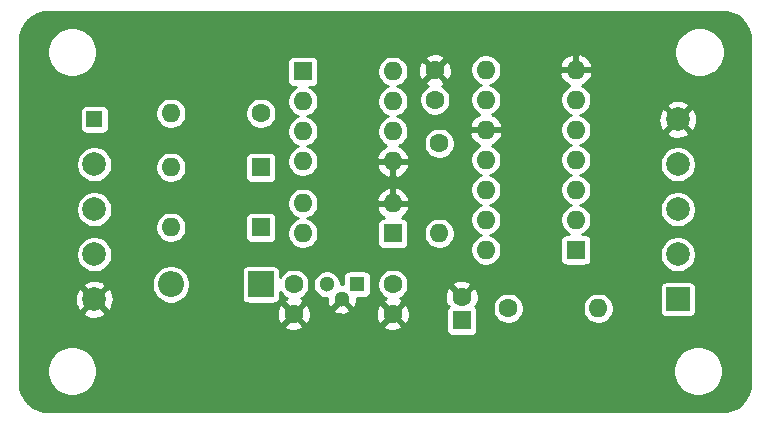
<source format=gbr>
G04 #@! TF.GenerationSoftware,KiCad,Pcbnew,(5.1.5)-3*
G04 #@! TF.CreationDate,2020-06-01T21:13:48+02:00*
G04 #@! TF.ProjectId,CDEHbridgev0.11,43444548-6272-4696-9467-6576302e3131,rev?*
G04 #@! TF.SameCoordinates,Original*
G04 #@! TF.FileFunction,Copper,L2,Bot*
G04 #@! TF.FilePolarity,Positive*
%FSLAX46Y46*%
G04 Gerber Fmt 4.6, Leading zero omitted, Abs format (unit mm)*
G04 Created by KiCad (PCBNEW (5.1.5)-3) date 2020-06-01 21:13:49*
%MOMM*%
%LPD*%
G04 APERTURE LIST*
%ADD10O,1.600000X1.600000*%
%ADD11C,1.600000*%
%ADD12R,1.600000X1.600000*%
%ADD13R,1.400000X1.400000*%
%ADD14C,2.000000*%
%ADD15R,2.000000X2.000000*%
%ADD16R,2.200000X2.200000*%
%ADD17O,2.200000X2.200000*%
%ADD18C,1.300000*%
%ADD19R,1.300000X1.300000*%
%ADD20C,0.800000*%
%ADD21C,0.254000*%
G04 APERTURE END LIST*
D10*
X74549000Y-123698000D03*
D11*
X66929000Y-123698000D03*
X60706000Y-106045000D03*
X60706000Y-103545000D03*
D12*
X49530000Y-103632000D03*
D10*
X57150000Y-111252000D03*
X49530000Y-106172000D03*
X57150000Y-108712000D03*
X49530000Y-108712000D03*
X57150000Y-106172000D03*
X49530000Y-111252000D03*
X57150000Y-103632000D03*
D12*
X45974000Y-111760000D03*
D10*
X38354000Y-111760000D03*
D13*
X31877000Y-107696000D03*
D14*
X31877000Y-111506000D03*
X31877000Y-115316000D03*
X31877000Y-119126000D03*
X31877000Y-122936000D03*
X81280000Y-107696000D03*
X81280000Y-111506000D03*
X81280000Y-115316000D03*
X81280000Y-119126000D03*
D15*
X81280000Y-122936000D03*
D14*
X81280000Y-119126000D03*
D12*
X62992000Y-124714000D03*
D11*
X62992000Y-122714000D03*
X48768000Y-124166000D03*
X48768000Y-121666000D03*
X57150000Y-121666000D03*
X57150000Y-124166000D03*
D10*
X38354000Y-116840000D03*
D12*
X45974000Y-116840000D03*
D16*
X45974000Y-121666000D03*
D17*
X38354000Y-121666000D03*
D11*
X45974000Y-107188000D03*
D10*
X38354000Y-107188000D03*
D11*
X61087000Y-109728000D03*
D10*
X61087000Y-117348000D03*
D12*
X57150000Y-117348000D03*
D10*
X49530000Y-114808000D03*
X57150000Y-114808000D03*
X49530000Y-117348000D03*
D12*
X72644000Y-118745000D03*
D10*
X65024000Y-103505000D03*
X72644000Y-116205000D03*
X65024000Y-106045000D03*
X72644000Y-113665000D03*
X65024000Y-108585000D03*
X72644000Y-111125000D03*
X65024000Y-111125000D03*
X72644000Y-108585000D03*
X65024000Y-113665000D03*
X72644000Y-106045000D03*
X65024000Y-116205000D03*
X72644000Y-103505000D03*
X65024000Y-118745000D03*
D18*
X52832000Y-122936000D03*
X51562000Y-121666000D03*
D19*
X54102000Y-121666000D03*
D20*
X34500000Y-123300000D03*
X45700000Y-124400000D03*
X51350000Y-124700000D03*
X54734000Y-124166000D03*
X58700000Y-119950000D03*
X63150000Y-120450000D03*
X59550000Y-114650000D03*
X59200000Y-112900000D03*
X83100000Y-109400000D03*
X83200000Y-106100000D03*
X34550000Y-103150000D03*
X52800000Y-102650000D03*
D21*
G36*
X85470094Y-98625860D02*
G01*
X85922277Y-98762382D01*
X86339336Y-98984135D01*
X86705379Y-99282674D01*
X87006463Y-99646621D01*
X87231125Y-100062127D01*
X87370801Y-100513344D01*
X87423000Y-101009988D01*
X87423001Y-129971772D01*
X87374140Y-130470089D01*
X87237618Y-130922277D01*
X87015863Y-131339337D01*
X86717326Y-131705379D01*
X86353376Y-132006465D01*
X85937878Y-132231123D01*
X85486657Y-132370801D01*
X84990011Y-132423000D01*
X28028218Y-132423000D01*
X27529911Y-132374140D01*
X27077723Y-132237618D01*
X26660663Y-132015863D01*
X26294621Y-131717326D01*
X25993535Y-131353376D01*
X25768877Y-130937878D01*
X25629199Y-130486657D01*
X25577000Y-129990011D01*
X25577000Y-128790509D01*
X27873000Y-128790509D01*
X27873000Y-129209491D01*
X27954739Y-129620423D01*
X28115077Y-130007512D01*
X28347851Y-130355884D01*
X28644116Y-130652149D01*
X28992488Y-130884923D01*
X29379577Y-131045261D01*
X29790509Y-131127000D01*
X30209491Y-131127000D01*
X30620423Y-131045261D01*
X31007512Y-130884923D01*
X31355884Y-130652149D01*
X31652149Y-130355884D01*
X31884923Y-130007512D01*
X32045261Y-129620423D01*
X32127000Y-129209491D01*
X32127000Y-128790509D01*
X80873000Y-128790509D01*
X80873000Y-129209491D01*
X80954739Y-129620423D01*
X81115077Y-130007512D01*
X81347851Y-130355884D01*
X81644116Y-130652149D01*
X81992488Y-130884923D01*
X82379577Y-131045261D01*
X82790509Y-131127000D01*
X83209491Y-131127000D01*
X83620423Y-131045261D01*
X84007512Y-130884923D01*
X84355884Y-130652149D01*
X84652149Y-130355884D01*
X84884923Y-130007512D01*
X85045261Y-129620423D01*
X85127000Y-129209491D01*
X85127000Y-128790509D01*
X85045261Y-128379577D01*
X84884923Y-127992488D01*
X84652149Y-127644116D01*
X84355884Y-127347851D01*
X84007512Y-127115077D01*
X83620423Y-126954739D01*
X83209491Y-126873000D01*
X82790509Y-126873000D01*
X82379577Y-126954739D01*
X81992488Y-127115077D01*
X81644116Y-127347851D01*
X81347851Y-127644116D01*
X81115077Y-127992488D01*
X80954739Y-128379577D01*
X80873000Y-128790509D01*
X32127000Y-128790509D01*
X32045261Y-128379577D01*
X31884923Y-127992488D01*
X31652149Y-127644116D01*
X31355884Y-127347851D01*
X31007512Y-127115077D01*
X30620423Y-126954739D01*
X30209491Y-126873000D01*
X29790509Y-126873000D01*
X29379577Y-126954739D01*
X28992488Y-127115077D01*
X28644116Y-127347851D01*
X28347851Y-127644116D01*
X28115077Y-127992488D01*
X27954739Y-128379577D01*
X27873000Y-128790509D01*
X25577000Y-128790509D01*
X25577000Y-125158702D01*
X47954903Y-125158702D01*
X48026486Y-125402671D01*
X48281996Y-125523571D01*
X48556184Y-125592300D01*
X48838512Y-125606217D01*
X49118130Y-125564787D01*
X49384292Y-125469603D01*
X49509514Y-125402671D01*
X49581097Y-125158702D01*
X56336903Y-125158702D01*
X56408486Y-125402671D01*
X56663996Y-125523571D01*
X56938184Y-125592300D01*
X57220512Y-125606217D01*
X57500130Y-125564787D01*
X57766292Y-125469603D01*
X57891514Y-125402671D01*
X57963097Y-125158702D01*
X57150000Y-124345605D01*
X56336903Y-125158702D01*
X49581097Y-125158702D01*
X48768000Y-124345605D01*
X47954903Y-125158702D01*
X25577000Y-125158702D01*
X25577000Y-124071413D01*
X30921192Y-124071413D01*
X31016956Y-124335814D01*
X31306571Y-124476704D01*
X31618108Y-124558384D01*
X31939595Y-124577718D01*
X32258675Y-124533961D01*
X32563088Y-124428795D01*
X32737044Y-124335814D01*
X32773010Y-124236512D01*
X47327783Y-124236512D01*
X47369213Y-124516130D01*
X47464397Y-124782292D01*
X47531329Y-124907514D01*
X47775298Y-124979097D01*
X48588395Y-124166000D01*
X48947605Y-124166000D01*
X49760702Y-124979097D01*
X50004671Y-124907514D01*
X50125571Y-124652004D01*
X50194300Y-124377816D01*
X50201265Y-124236512D01*
X55709783Y-124236512D01*
X55751213Y-124516130D01*
X55846397Y-124782292D01*
X55913329Y-124907514D01*
X56157298Y-124979097D01*
X56970395Y-124166000D01*
X57329605Y-124166000D01*
X58142702Y-124979097D01*
X58386671Y-124907514D01*
X58507571Y-124652004D01*
X58576300Y-124377816D01*
X58590217Y-124095488D01*
X58548787Y-123815870D01*
X58453603Y-123549708D01*
X58386671Y-123424486D01*
X58142702Y-123352903D01*
X57329605Y-124166000D01*
X56970395Y-124166000D01*
X56157298Y-123352903D01*
X55913329Y-123424486D01*
X55792429Y-123679996D01*
X55723700Y-123954184D01*
X55709783Y-124236512D01*
X50201265Y-124236512D01*
X50208217Y-124095488D01*
X50167626Y-123821527D01*
X52126078Y-123821527D01*
X52179466Y-124050201D01*
X52409374Y-124156095D01*
X52655524Y-124215102D01*
X52908455Y-124224952D01*
X53158449Y-124185270D01*
X53395896Y-124097578D01*
X53484534Y-124050201D01*
X53537922Y-123821527D01*
X52832000Y-123115605D01*
X52126078Y-123821527D01*
X50167626Y-123821527D01*
X50166787Y-123815870D01*
X50071603Y-123549708D01*
X50004671Y-123424486D01*
X49760702Y-123352903D01*
X48947605Y-124166000D01*
X48588395Y-124166000D01*
X47775298Y-123352903D01*
X47531329Y-123424486D01*
X47410429Y-123679996D01*
X47341700Y-123954184D01*
X47327783Y-124236512D01*
X32773010Y-124236512D01*
X32832808Y-124071413D01*
X31877000Y-123115605D01*
X30921192Y-124071413D01*
X25577000Y-124071413D01*
X25577000Y-122998595D01*
X30235282Y-122998595D01*
X30279039Y-123317675D01*
X30384205Y-123622088D01*
X30477186Y-123796044D01*
X30741587Y-123891808D01*
X31697395Y-122936000D01*
X32056605Y-122936000D01*
X33012413Y-123891808D01*
X33276814Y-123796044D01*
X33417704Y-123506429D01*
X33499384Y-123194892D01*
X33518718Y-122873405D01*
X33474961Y-122554325D01*
X33369795Y-122249912D01*
X33276814Y-122075956D01*
X33012413Y-121980192D01*
X32056605Y-122936000D01*
X31697395Y-122936000D01*
X30741587Y-121980192D01*
X30477186Y-122075956D01*
X30336296Y-122365571D01*
X30254616Y-122677108D01*
X30235282Y-122998595D01*
X25577000Y-122998595D01*
X25577000Y-121800587D01*
X30921192Y-121800587D01*
X31877000Y-122756395D01*
X32832808Y-121800587D01*
X32737044Y-121536186D01*
X32674490Y-121505755D01*
X36727000Y-121505755D01*
X36727000Y-121826245D01*
X36789525Y-122140578D01*
X36912172Y-122436673D01*
X37090227Y-122703152D01*
X37316848Y-122929773D01*
X37583327Y-123107828D01*
X37879422Y-123230475D01*
X38193755Y-123293000D01*
X38514245Y-123293000D01*
X38828578Y-123230475D01*
X39124673Y-123107828D01*
X39391152Y-122929773D01*
X39617773Y-122703152D01*
X39795828Y-122436673D01*
X39918475Y-122140578D01*
X39981000Y-121826245D01*
X39981000Y-121505755D01*
X39918475Y-121191422D01*
X39795828Y-120895327D01*
X39617773Y-120628848D01*
X39554925Y-120566000D01*
X44344451Y-120566000D01*
X44344451Y-122766000D01*
X44354626Y-122869310D01*
X44384761Y-122968650D01*
X44433696Y-123060202D01*
X44499552Y-123140448D01*
X44579798Y-123206304D01*
X44671350Y-123255239D01*
X44770690Y-123285374D01*
X44874000Y-123295549D01*
X47074000Y-123295549D01*
X47177310Y-123285374D01*
X47276650Y-123255239D01*
X47368202Y-123206304D01*
X47448448Y-123140448D01*
X47514304Y-123060202D01*
X47563239Y-122968650D01*
X47593374Y-122869310D01*
X47603549Y-122766000D01*
X47603549Y-122311812D01*
X47737252Y-122511913D01*
X47922087Y-122696748D01*
X48139430Y-122841972D01*
X48171582Y-122855290D01*
X48151708Y-122862397D01*
X48026486Y-122929329D01*
X47954903Y-123173298D01*
X48768000Y-123986395D01*
X49581097Y-123173298D01*
X49509514Y-122929329D01*
X49358351Y-122857803D01*
X49396570Y-122841972D01*
X49613913Y-122696748D01*
X49798748Y-122511913D01*
X49943972Y-122294570D01*
X50044004Y-122053072D01*
X50095000Y-121796698D01*
X50095000Y-121550076D01*
X50385000Y-121550076D01*
X50385000Y-121781924D01*
X50430231Y-122009318D01*
X50518956Y-122223519D01*
X50647764Y-122416294D01*
X50811706Y-122580236D01*
X51004481Y-122709044D01*
X51218682Y-122797769D01*
X51446076Y-122843000D01*
X51549647Y-122843000D01*
X51543048Y-123012455D01*
X51582730Y-123262449D01*
X51670422Y-123499896D01*
X51717799Y-123588534D01*
X51946473Y-123641922D01*
X52652395Y-122936000D01*
X52638253Y-122921858D01*
X52817858Y-122742253D01*
X52832000Y-122756395D01*
X52846143Y-122742253D01*
X53025748Y-122921858D01*
X53011605Y-122936000D01*
X53717527Y-123641922D01*
X53946201Y-123588534D01*
X54052095Y-123358626D01*
X54111102Y-123112476D01*
X54120952Y-122859545D01*
X54118730Y-122845549D01*
X54752000Y-122845549D01*
X54855310Y-122835374D01*
X54954650Y-122805239D01*
X55046202Y-122756304D01*
X55126448Y-122690448D01*
X55192304Y-122610202D01*
X55241239Y-122518650D01*
X55271374Y-122419310D01*
X55281549Y-122316000D01*
X55281549Y-121535302D01*
X55823000Y-121535302D01*
X55823000Y-121796698D01*
X55873996Y-122053072D01*
X55974028Y-122294570D01*
X56119252Y-122511913D01*
X56304087Y-122696748D01*
X56521430Y-122841972D01*
X56553582Y-122855290D01*
X56533708Y-122862397D01*
X56408486Y-122929329D01*
X56336903Y-123173298D01*
X57150000Y-123986395D01*
X57963097Y-123173298D01*
X57891514Y-122929329D01*
X57740351Y-122857803D01*
X57778570Y-122841972D01*
X57864564Y-122784512D01*
X61551783Y-122784512D01*
X61593213Y-123064130D01*
X61688397Y-123330292D01*
X61755329Y-123455514D01*
X61876597Y-123491095D01*
X61817552Y-123539552D01*
X61751696Y-123619798D01*
X61702761Y-123711350D01*
X61672626Y-123810690D01*
X61662451Y-123914000D01*
X61662451Y-125514000D01*
X61672626Y-125617310D01*
X61702761Y-125716650D01*
X61751696Y-125808202D01*
X61817552Y-125888448D01*
X61897798Y-125954304D01*
X61989350Y-126003239D01*
X62088690Y-126033374D01*
X62192000Y-126043549D01*
X63792000Y-126043549D01*
X63895310Y-126033374D01*
X63994650Y-126003239D01*
X64086202Y-125954304D01*
X64166448Y-125888448D01*
X64232304Y-125808202D01*
X64281239Y-125716650D01*
X64311374Y-125617310D01*
X64321549Y-125514000D01*
X64321549Y-123914000D01*
X64311374Y-123810690D01*
X64281239Y-123711350D01*
X64232304Y-123619798D01*
X64189222Y-123567302D01*
X65602000Y-123567302D01*
X65602000Y-123828698D01*
X65652996Y-124085072D01*
X65753028Y-124326570D01*
X65898252Y-124543913D01*
X66083087Y-124728748D01*
X66300430Y-124873972D01*
X66541928Y-124974004D01*
X66798302Y-125025000D01*
X67059698Y-125025000D01*
X67316072Y-124974004D01*
X67557570Y-124873972D01*
X67774913Y-124728748D01*
X67959748Y-124543913D01*
X68104972Y-124326570D01*
X68205004Y-124085072D01*
X68256000Y-123828698D01*
X68256000Y-123567302D01*
X73222000Y-123567302D01*
X73222000Y-123828698D01*
X73272996Y-124085072D01*
X73373028Y-124326570D01*
X73518252Y-124543913D01*
X73703087Y-124728748D01*
X73920430Y-124873972D01*
X74161928Y-124974004D01*
X74418302Y-125025000D01*
X74679698Y-125025000D01*
X74936072Y-124974004D01*
X75177570Y-124873972D01*
X75394913Y-124728748D01*
X75579748Y-124543913D01*
X75724972Y-124326570D01*
X75825004Y-124085072D01*
X75876000Y-123828698D01*
X75876000Y-123567302D01*
X75825004Y-123310928D01*
X75724972Y-123069430D01*
X75579748Y-122852087D01*
X75394913Y-122667252D01*
X75177570Y-122522028D01*
X74936072Y-122421996D01*
X74679698Y-122371000D01*
X74418302Y-122371000D01*
X74161928Y-122421996D01*
X73920430Y-122522028D01*
X73703087Y-122667252D01*
X73518252Y-122852087D01*
X73373028Y-123069430D01*
X73272996Y-123310928D01*
X73222000Y-123567302D01*
X68256000Y-123567302D01*
X68205004Y-123310928D01*
X68104972Y-123069430D01*
X67959748Y-122852087D01*
X67774913Y-122667252D01*
X67557570Y-122522028D01*
X67316072Y-122421996D01*
X67059698Y-122371000D01*
X66798302Y-122371000D01*
X66541928Y-122421996D01*
X66300430Y-122522028D01*
X66083087Y-122667252D01*
X65898252Y-122852087D01*
X65753028Y-123069430D01*
X65652996Y-123310928D01*
X65602000Y-123567302D01*
X64189222Y-123567302D01*
X64166448Y-123539552D01*
X64107403Y-123491095D01*
X64228671Y-123455514D01*
X64349571Y-123200004D01*
X64418300Y-122925816D01*
X64432217Y-122643488D01*
X64390787Y-122363870D01*
X64295603Y-122097708D01*
X64228671Y-121972486D01*
X64104320Y-121936000D01*
X79750451Y-121936000D01*
X79750451Y-123936000D01*
X79760626Y-124039310D01*
X79790761Y-124138650D01*
X79839696Y-124230202D01*
X79905552Y-124310448D01*
X79985798Y-124376304D01*
X80077350Y-124425239D01*
X80176690Y-124455374D01*
X80280000Y-124465549D01*
X82280000Y-124465549D01*
X82383310Y-124455374D01*
X82482650Y-124425239D01*
X82574202Y-124376304D01*
X82654448Y-124310448D01*
X82720304Y-124230202D01*
X82769239Y-124138650D01*
X82799374Y-124039310D01*
X82809549Y-123936000D01*
X82809549Y-121936000D01*
X82799374Y-121832690D01*
X82769239Y-121733350D01*
X82720304Y-121641798D01*
X82654448Y-121561552D01*
X82574202Y-121495696D01*
X82482650Y-121446761D01*
X82383310Y-121416626D01*
X82280000Y-121406451D01*
X80280000Y-121406451D01*
X80176690Y-121416626D01*
X80077350Y-121446761D01*
X79985798Y-121495696D01*
X79905552Y-121561552D01*
X79839696Y-121641798D01*
X79790761Y-121733350D01*
X79760626Y-121832690D01*
X79750451Y-121936000D01*
X64104320Y-121936000D01*
X63984702Y-121900903D01*
X63171605Y-122714000D01*
X63185748Y-122728143D01*
X63006143Y-122907748D01*
X62992000Y-122893605D01*
X62977858Y-122907748D01*
X62798253Y-122728143D01*
X62812395Y-122714000D01*
X61999298Y-121900903D01*
X61755329Y-121972486D01*
X61634429Y-122227996D01*
X61565700Y-122502184D01*
X61551783Y-122784512D01*
X57864564Y-122784512D01*
X57995913Y-122696748D01*
X58180748Y-122511913D01*
X58325972Y-122294570D01*
X58426004Y-122053072D01*
X58477000Y-121796698D01*
X58477000Y-121721298D01*
X62178903Y-121721298D01*
X62992000Y-122534395D01*
X63805097Y-121721298D01*
X63733514Y-121477329D01*
X63478004Y-121356429D01*
X63203816Y-121287700D01*
X62921488Y-121273783D01*
X62641870Y-121315213D01*
X62375708Y-121410397D01*
X62250486Y-121477329D01*
X62178903Y-121721298D01*
X58477000Y-121721298D01*
X58477000Y-121535302D01*
X58426004Y-121278928D01*
X58325972Y-121037430D01*
X58180748Y-120820087D01*
X57995913Y-120635252D01*
X57778570Y-120490028D01*
X57537072Y-120389996D01*
X57280698Y-120339000D01*
X57019302Y-120339000D01*
X56762928Y-120389996D01*
X56521430Y-120490028D01*
X56304087Y-120635252D01*
X56119252Y-120820087D01*
X55974028Y-121037430D01*
X55873996Y-121278928D01*
X55823000Y-121535302D01*
X55281549Y-121535302D01*
X55281549Y-121016000D01*
X55271374Y-120912690D01*
X55241239Y-120813350D01*
X55192304Y-120721798D01*
X55126448Y-120641552D01*
X55046202Y-120575696D01*
X54954650Y-120526761D01*
X54855310Y-120496626D01*
X54752000Y-120486451D01*
X53452000Y-120486451D01*
X53348690Y-120496626D01*
X53249350Y-120526761D01*
X53157798Y-120575696D01*
X53077552Y-120641552D01*
X53011696Y-120721798D01*
X52962761Y-120813350D01*
X52932626Y-120912690D01*
X52922451Y-121016000D01*
X52922451Y-121653548D01*
X52755545Y-121647048D01*
X52739000Y-121649674D01*
X52739000Y-121550076D01*
X52693769Y-121322682D01*
X52605044Y-121108481D01*
X52476236Y-120915706D01*
X52312294Y-120751764D01*
X52119519Y-120622956D01*
X51905318Y-120534231D01*
X51677924Y-120489000D01*
X51446076Y-120489000D01*
X51218682Y-120534231D01*
X51004481Y-120622956D01*
X50811706Y-120751764D01*
X50647764Y-120915706D01*
X50518956Y-121108481D01*
X50430231Y-121322682D01*
X50385000Y-121550076D01*
X50095000Y-121550076D01*
X50095000Y-121535302D01*
X50044004Y-121278928D01*
X49943972Y-121037430D01*
X49798748Y-120820087D01*
X49613913Y-120635252D01*
X49396570Y-120490028D01*
X49155072Y-120389996D01*
X48898698Y-120339000D01*
X48637302Y-120339000D01*
X48380928Y-120389996D01*
X48139430Y-120490028D01*
X47922087Y-120635252D01*
X47737252Y-120820087D01*
X47603549Y-121020188D01*
X47603549Y-120566000D01*
X47593374Y-120462690D01*
X47563239Y-120363350D01*
X47514304Y-120271798D01*
X47448448Y-120191552D01*
X47368202Y-120125696D01*
X47276650Y-120076761D01*
X47177310Y-120046626D01*
X47074000Y-120036451D01*
X44874000Y-120036451D01*
X44770690Y-120046626D01*
X44671350Y-120076761D01*
X44579798Y-120125696D01*
X44499552Y-120191552D01*
X44433696Y-120271798D01*
X44384761Y-120363350D01*
X44354626Y-120462690D01*
X44344451Y-120566000D01*
X39554925Y-120566000D01*
X39391152Y-120402227D01*
X39124673Y-120224172D01*
X38828578Y-120101525D01*
X38514245Y-120039000D01*
X38193755Y-120039000D01*
X37879422Y-120101525D01*
X37583327Y-120224172D01*
X37316848Y-120402227D01*
X37090227Y-120628848D01*
X36912172Y-120895327D01*
X36789525Y-121191422D01*
X36727000Y-121505755D01*
X32674490Y-121505755D01*
X32447429Y-121395296D01*
X32135892Y-121313616D01*
X31814405Y-121294282D01*
X31495325Y-121338039D01*
X31190912Y-121443205D01*
X31016956Y-121536186D01*
X30921192Y-121800587D01*
X25577000Y-121800587D01*
X25577000Y-118975604D01*
X30350000Y-118975604D01*
X30350000Y-119276396D01*
X30408681Y-119571410D01*
X30523790Y-119849306D01*
X30690901Y-120099406D01*
X30903594Y-120312099D01*
X31153694Y-120479210D01*
X31431590Y-120594319D01*
X31726604Y-120653000D01*
X32027396Y-120653000D01*
X32322410Y-120594319D01*
X32600306Y-120479210D01*
X32850406Y-120312099D01*
X33063099Y-120099406D01*
X33230210Y-119849306D01*
X33345319Y-119571410D01*
X33404000Y-119276396D01*
X33404000Y-118975604D01*
X33345319Y-118680590D01*
X33230210Y-118402694D01*
X33063099Y-118152594D01*
X32850406Y-117939901D01*
X32600306Y-117772790D01*
X32322410Y-117657681D01*
X32027396Y-117599000D01*
X31726604Y-117599000D01*
X31431590Y-117657681D01*
X31153694Y-117772790D01*
X30903594Y-117939901D01*
X30690901Y-118152594D01*
X30523790Y-118402694D01*
X30408681Y-118680590D01*
X30350000Y-118975604D01*
X25577000Y-118975604D01*
X25577000Y-115165604D01*
X30350000Y-115165604D01*
X30350000Y-115466396D01*
X30408681Y-115761410D01*
X30523790Y-116039306D01*
X30690901Y-116289406D01*
X30903594Y-116502099D01*
X31153694Y-116669210D01*
X31431590Y-116784319D01*
X31726604Y-116843000D01*
X32027396Y-116843000D01*
X32322410Y-116784319D01*
X32503515Y-116709302D01*
X37027000Y-116709302D01*
X37027000Y-116970698D01*
X37077996Y-117227072D01*
X37178028Y-117468570D01*
X37323252Y-117685913D01*
X37508087Y-117870748D01*
X37725430Y-118015972D01*
X37966928Y-118116004D01*
X38223302Y-118167000D01*
X38484698Y-118167000D01*
X38741072Y-118116004D01*
X38982570Y-118015972D01*
X39199913Y-117870748D01*
X39384748Y-117685913D01*
X39529972Y-117468570D01*
X39630004Y-117227072D01*
X39681000Y-116970698D01*
X39681000Y-116709302D01*
X39630004Y-116452928D01*
X39529972Y-116211430D01*
X39415427Y-116040000D01*
X44644451Y-116040000D01*
X44644451Y-117640000D01*
X44654626Y-117743310D01*
X44684761Y-117842650D01*
X44733696Y-117934202D01*
X44799552Y-118014448D01*
X44879798Y-118080304D01*
X44971350Y-118129239D01*
X45070690Y-118159374D01*
X45174000Y-118169549D01*
X46774000Y-118169549D01*
X46877310Y-118159374D01*
X46976650Y-118129239D01*
X47068202Y-118080304D01*
X47148448Y-118014448D01*
X47214304Y-117934202D01*
X47263239Y-117842650D01*
X47293374Y-117743310D01*
X47303549Y-117640000D01*
X47303549Y-116040000D01*
X47293374Y-115936690D01*
X47263239Y-115837350D01*
X47214304Y-115745798D01*
X47148448Y-115665552D01*
X47068202Y-115599696D01*
X46976650Y-115550761D01*
X46877310Y-115520626D01*
X46774000Y-115510451D01*
X45174000Y-115510451D01*
X45070690Y-115520626D01*
X44971350Y-115550761D01*
X44879798Y-115599696D01*
X44799552Y-115665552D01*
X44733696Y-115745798D01*
X44684761Y-115837350D01*
X44654626Y-115936690D01*
X44644451Y-116040000D01*
X39415427Y-116040000D01*
X39384748Y-115994087D01*
X39199913Y-115809252D01*
X38982570Y-115664028D01*
X38741072Y-115563996D01*
X38484698Y-115513000D01*
X38223302Y-115513000D01*
X37966928Y-115563996D01*
X37725430Y-115664028D01*
X37508087Y-115809252D01*
X37323252Y-115994087D01*
X37178028Y-116211430D01*
X37077996Y-116452928D01*
X37027000Y-116709302D01*
X32503515Y-116709302D01*
X32600306Y-116669210D01*
X32850406Y-116502099D01*
X33063099Y-116289406D01*
X33230210Y-116039306D01*
X33345319Y-115761410D01*
X33404000Y-115466396D01*
X33404000Y-115165604D01*
X33345319Y-114870590D01*
X33265256Y-114677302D01*
X48203000Y-114677302D01*
X48203000Y-114938698D01*
X48253996Y-115195072D01*
X48354028Y-115436570D01*
X48499252Y-115653913D01*
X48684087Y-115838748D01*
X48901430Y-115983972D01*
X49128433Y-116078000D01*
X48901430Y-116172028D01*
X48684087Y-116317252D01*
X48499252Y-116502087D01*
X48354028Y-116719430D01*
X48253996Y-116960928D01*
X48203000Y-117217302D01*
X48203000Y-117478698D01*
X48253996Y-117735072D01*
X48354028Y-117976570D01*
X48499252Y-118193913D01*
X48684087Y-118378748D01*
X48901430Y-118523972D01*
X49142928Y-118624004D01*
X49399302Y-118675000D01*
X49660698Y-118675000D01*
X49917072Y-118624004D01*
X50158570Y-118523972D01*
X50375913Y-118378748D01*
X50560748Y-118193913D01*
X50705972Y-117976570D01*
X50806004Y-117735072D01*
X50857000Y-117478698D01*
X50857000Y-117217302D01*
X50806004Y-116960928D01*
X50705972Y-116719430D01*
X50560748Y-116502087D01*
X50375913Y-116317252D01*
X50158570Y-116172028D01*
X49931567Y-116078000D01*
X50158570Y-115983972D01*
X50375913Y-115838748D01*
X50560748Y-115653913D01*
X50705972Y-115436570D01*
X50806004Y-115195072D01*
X50813569Y-115157039D01*
X55758096Y-115157039D01*
X55798754Y-115291087D01*
X55918963Y-115545420D01*
X56086481Y-115771414D01*
X56294869Y-115960385D01*
X56391689Y-116018451D01*
X56350000Y-116018451D01*
X56246690Y-116028626D01*
X56147350Y-116058761D01*
X56055798Y-116107696D01*
X55975552Y-116173552D01*
X55909696Y-116253798D01*
X55860761Y-116345350D01*
X55830626Y-116444690D01*
X55820451Y-116548000D01*
X55820451Y-118148000D01*
X55830626Y-118251310D01*
X55860761Y-118350650D01*
X55909696Y-118442202D01*
X55975552Y-118522448D01*
X56055798Y-118588304D01*
X56147350Y-118637239D01*
X56246690Y-118667374D01*
X56350000Y-118677549D01*
X57950000Y-118677549D01*
X58053310Y-118667374D01*
X58152650Y-118637239D01*
X58244202Y-118588304D01*
X58324448Y-118522448D01*
X58390304Y-118442202D01*
X58439239Y-118350650D01*
X58469374Y-118251310D01*
X58479549Y-118148000D01*
X58479549Y-117217302D01*
X59760000Y-117217302D01*
X59760000Y-117478698D01*
X59810996Y-117735072D01*
X59911028Y-117976570D01*
X60056252Y-118193913D01*
X60241087Y-118378748D01*
X60458430Y-118523972D01*
X60699928Y-118624004D01*
X60956302Y-118675000D01*
X61217698Y-118675000D01*
X61474072Y-118624004D01*
X61715570Y-118523972D01*
X61932913Y-118378748D01*
X62117748Y-118193913D01*
X62262972Y-117976570D01*
X62363004Y-117735072D01*
X62414000Y-117478698D01*
X62414000Y-117217302D01*
X62363004Y-116960928D01*
X62262972Y-116719430D01*
X62117748Y-116502087D01*
X61932913Y-116317252D01*
X61715570Y-116172028D01*
X61474072Y-116071996D01*
X61217698Y-116021000D01*
X60956302Y-116021000D01*
X60699928Y-116071996D01*
X60458430Y-116172028D01*
X60241087Y-116317252D01*
X60056252Y-116502087D01*
X59911028Y-116719430D01*
X59810996Y-116960928D01*
X59760000Y-117217302D01*
X58479549Y-117217302D01*
X58479549Y-116548000D01*
X58469374Y-116444690D01*
X58439239Y-116345350D01*
X58390304Y-116253798D01*
X58324448Y-116173552D01*
X58244202Y-116107696D01*
X58152650Y-116058761D01*
X58053310Y-116028626D01*
X57950000Y-116018451D01*
X57908311Y-116018451D01*
X58005131Y-115960385D01*
X58213519Y-115771414D01*
X58381037Y-115545420D01*
X58501246Y-115291087D01*
X58541904Y-115157039D01*
X58419915Y-114935000D01*
X57277000Y-114935000D01*
X57277000Y-114955000D01*
X57023000Y-114955000D01*
X57023000Y-114935000D01*
X55880085Y-114935000D01*
X55758096Y-115157039D01*
X50813569Y-115157039D01*
X50857000Y-114938698D01*
X50857000Y-114677302D01*
X50813570Y-114458961D01*
X55758096Y-114458961D01*
X55880085Y-114681000D01*
X57023000Y-114681000D01*
X57023000Y-113537376D01*
X57277000Y-113537376D01*
X57277000Y-114681000D01*
X58419915Y-114681000D01*
X58541904Y-114458961D01*
X58501246Y-114324913D01*
X58381037Y-114070580D01*
X58213519Y-113844586D01*
X58005131Y-113655615D01*
X57763881Y-113510930D01*
X57499040Y-113416091D01*
X57277000Y-113537376D01*
X57023000Y-113537376D01*
X56800960Y-113416091D01*
X56536119Y-113510930D01*
X56294869Y-113655615D01*
X56086481Y-113844586D01*
X55918963Y-114070580D01*
X55798754Y-114324913D01*
X55758096Y-114458961D01*
X50813570Y-114458961D01*
X50806004Y-114420928D01*
X50705972Y-114179430D01*
X50560748Y-113962087D01*
X50375913Y-113777252D01*
X50158570Y-113632028D01*
X49917072Y-113531996D01*
X49660698Y-113481000D01*
X49399302Y-113481000D01*
X49142928Y-113531996D01*
X48901430Y-113632028D01*
X48684087Y-113777252D01*
X48499252Y-113962087D01*
X48354028Y-114179430D01*
X48253996Y-114420928D01*
X48203000Y-114677302D01*
X33265256Y-114677302D01*
X33230210Y-114592694D01*
X33063099Y-114342594D01*
X32850406Y-114129901D01*
X32600306Y-113962790D01*
X32322410Y-113847681D01*
X32027396Y-113789000D01*
X31726604Y-113789000D01*
X31431590Y-113847681D01*
X31153694Y-113962790D01*
X30903594Y-114129901D01*
X30690901Y-114342594D01*
X30523790Y-114592694D01*
X30408681Y-114870590D01*
X30350000Y-115165604D01*
X25577000Y-115165604D01*
X25577000Y-111355604D01*
X30350000Y-111355604D01*
X30350000Y-111656396D01*
X30408681Y-111951410D01*
X30523790Y-112229306D01*
X30690901Y-112479406D01*
X30903594Y-112692099D01*
X31153694Y-112859210D01*
X31431590Y-112974319D01*
X31726604Y-113033000D01*
X32027396Y-113033000D01*
X32322410Y-112974319D01*
X32600306Y-112859210D01*
X32850406Y-112692099D01*
X33063099Y-112479406D01*
X33230210Y-112229306D01*
X33345319Y-111951410D01*
X33404000Y-111656396D01*
X33404000Y-111629302D01*
X37027000Y-111629302D01*
X37027000Y-111890698D01*
X37077996Y-112147072D01*
X37178028Y-112388570D01*
X37323252Y-112605913D01*
X37508087Y-112790748D01*
X37725430Y-112935972D01*
X37966928Y-113036004D01*
X38223302Y-113087000D01*
X38484698Y-113087000D01*
X38741072Y-113036004D01*
X38982570Y-112935972D01*
X39199913Y-112790748D01*
X39384748Y-112605913D01*
X39529972Y-112388570D01*
X39630004Y-112147072D01*
X39681000Y-111890698D01*
X39681000Y-111629302D01*
X39630004Y-111372928D01*
X39529972Y-111131430D01*
X39415427Y-110960000D01*
X44644451Y-110960000D01*
X44644451Y-112560000D01*
X44654626Y-112663310D01*
X44684761Y-112762650D01*
X44733696Y-112854202D01*
X44799552Y-112934448D01*
X44879798Y-113000304D01*
X44971350Y-113049239D01*
X45070690Y-113079374D01*
X45174000Y-113089549D01*
X46774000Y-113089549D01*
X46877310Y-113079374D01*
X46976650Y-113049239D01*
X47068202Y-113000304D01*
X47148448Y-112934448D01*
X47214304Y-112854202D01*
X47263239Y-112762650D01*
X47293374Y-112663310D01*
X47303549Y-112560000D01*
X47303549Y-110960000D01*
X47293374Y-110856690D01*
X47263239Y-110757350D01*
X47214304Y-110665798D01*
X47148448Y-110585552D01*
X47068202Y-110519696D01*
X46976650Y-110470761D01*
X46877310Y-110440626D01*
X46774000Y-110430451D01*
X45174000Y-110430451D01*
X45070690Y-110440626D01*
X44971350Y-110470761D01*
X44879798Y-110519696D01*
X44799552Y-110585552D01*
X44733696Y-110665798D01*
X44684761Y-110757350D01*
X44654626Y-110856690D01*
X44644451Y-110960000D01*
X39415427Y-110960000D01*
X39384748Y-110914087D01*
X39199913Y-110729252D01*
X38982570Y-110584028D01*
X38741072Y-110483996D01*
X38484698Y-110433000D01*
X38223302Y-110433000D01*
X37966928Y-110483996D01*
X37725430Y-110584028D01*
X37508087Y-110729252D01*
X37323252Y-110914087D01*
X37178028Y-111131430D01*
X37077996Y-111372928D01*
X37027000Y-111629302D01*
X33404000Y-111629302D01*
X33404000Y-111355604D01*
X33345319Y-111060590D01*
X33230210Y-110782694D01*
X33063099Y-110532594D01*
X32850406Y-110319901D01*
X32600306Y-110152790D01*
X32322410Y-110037681D01*
X32027396Y-109979000D01*
X31726604Y-109979000D01*
X31431590Y-110037681D01*
X31153694Y-110152790D01*
X30903594Y-110319901D01*
X30690901Y-110532594D01*
X30523790Y-110782694D01*
X30408681Y-111060590D01*
X30350000Y-111355604D01*
X25577000Y-111355604D01*
X25577000Y-106996000D01*
X30647451Y-106996000D01*
X30647451Y-108396000D01*
X30657626Y-108499310D01*
X30687761Y-108598650D01*
X30736696Y-108690202D01*
X30802552Y-108770448D01*
X30882798Y-108836304D01*
X30974350Y-108885239D01*
X31073690Y-108915374D01*
X31177000Y-108925549D01*
X32577000Y-108925549D01*
X32680310Y-108915374D01*
X32779650Y-108885239D01*
X32871202Y-108836304D01*
X32951448Y-108770448D01*
X33017304Y-108690202D01*
X33066239Y-108598650D01*
X33096374Y-108499310D01*
X33106549Y-108396000D01*
X33106549Y-107057302D01*
X37027000Y-107057302D01*
X37027000Y-107318698D01*
X37077996Y-107575072D01*
X37178028Y-107816570D01*
X37323252Y-108033913D01*
X37508087Y-108218748D01*
X37725430Y-108363972D01*
X37966928Y-108464004D01*
X38223302Y-108515000D01*
X38484698Y-108515000D01*
X38741072Y-108464004D01*
X38982570Y-108363972D01*
X39199913Y-108218748D01*
X39384748Y-108033913D01*
X39529972Y-107816570D01*
X39630004Y-107575072D01*
X39681000Y-107318698D01*
X39681000Y-107057302D01*
X44647000Y-107057302D01*
X44647000Y-107318698D01*
X44697996Y-107575072D01*
X44798028Y-107816570D01*
X44943252Y-108033913D01*
X45128087Y-108218748D01*
X45345430Y-108363972D01*
X45586928Y-108464004D01*
X45843302Y-108515000D01*
X46104698Y-108515000D01*
X46361072Y-108464004D01*
X46602570Y-108363972D01*
X46819913Y-108218748D01*
X47004748Y-108033913D01*
X47149972Y-107816570D01*
X47250004Y-107575072D01*
X47301000Y-107318698D01*
X47301000Y-107057302D01*
X47250004Y-106800928D01*
X47149972Y-106559430D01*
X47004748Y-106342087D01*
X46819913Y-106157252D01*
X46602570Y-106012028D01*
X46361072Y-105911996D01*
X46104698Y-105861000D01*
X45843302Y-105861000D01*
X45586928Y-105911996D01*
X45345430Y-106012028D01*
X45128087Y-106157252D01*
X44943252Y-106342087D01*
X44798028Y-106559430D01*
X44697996Y-106800928D01*
X44647000Y-107057302D01*
X39681000Y-107057302D01*
X39630004Y-106800928D01*
X39529972Y-106559430D01*
X39384748Y-106342087D01*
X39199913Y-106157252D01*
X38982570Y-106012028D01*
X38741072Y-105911996D01*
X38484698Y-105861000D01*
X38223302Y-105861000D01*
X37966928Y-105911996D01*
X37725430Y-106012028D01*
X37508087Y-106157252D01*
X37323252Y-106342087D01*
X37178028Y-106559430D01*
X37077996Y-106800928D01*
X37027000Y-107057302D01*
X33106549Y-107057302D01*
X33106549Y-106996000D01*
X33096374Y-106892690D01*
X33066239Y-106793350D01*
X33017304Y-106701798D01*
X32951448Y-106621552D01*
X32871202Y-106555696D01*
X32779650Y-106506761D01*
X32680310Y-106476626D01*
X32577000Y-106466451D01*
X31177000Y-106466451D01*
X31073690Y-106476626D01*
X30974350Y-106506761D01*
X30882798Y-106555696D01*
X30802552Y-106621552D01*
X30736696Y-106701798D01*
X30687761Y-106793350D01*
X30657626Y-106892690D01*
X30647451Y-106996000D01*
X25577000Y-106996000D01*
X25577000Y-101790509D01*
X27873000Y-101790509D01*
X27873000Y-102209491D01*
X27954739Y-102620423D01*
X28115077Y-103007512D01*
X28347851Y-103355884D01*
X28644116Y-103652149D01*
X28992488Y-103884923D01*
X29379577Y-104045261D01*
X29790509Y-104127000D01*
X30209491Y-104127000D01*
X30620423Y-104045261D01*
X31007512Y-103884923D01*
X31355884Y-103652149D01*
X31652149Y-103355884D01*
X31884923Y-103007512D01*
X31957622Y-102832000D01*
X48200451Y-102832000D01*
X48200451Y-104432000D01*
X48210626Y-104535310D01*
X48240761Y-104634650D01*
X48289696Y-104726202D01*
X48355552Y-104806448D01*
X48435798Y-104872304D01*
X48527350Y-104921239D01*
X48626690Y-104951374D01*
X48730000Y-104961549D01*
X48984669Y-104961549D01*
X48901430Y-104996028D01*
X48684087Y-105141252D01*
X48499252Y-105326087D01*
X48354028Y-105543430D01*
X48253996Y-105784928D01*
X48203000Y-106041302D01*
X48203000Y-106302698D01*
X48253996Y-106559072D01*
X48354028Y-106800570D01*
X48499252Y-107017913D01*
X48684087Y-107202748D01*
X48901430Y-107347972D01*
X49128433Y-107442000D01*
X48901430Y-107536028D01*
X48684087Y-107681252D01*
X48499252Y-107866087D01*
X48354028Y-108083430D01*
X48253996Y-108324928D01*
X48203000Y-108581302D01*
X48203000Y-108842698D01*
X48253996Y-109099072D01*
X48354028Y-109340570D01*
X48499252Y-109557913D01*
X48684087Y-109742748D01*
X48901430Y-109887972D01*
X49128433Y-109982000D01*
X48901430Y-110076028D01*
X48684087Y-110221252D01*
X48499252Y-110406087D01*
X48354028Y-110623430D01*
X48253996Y-110864928D01*
X48203000Y-111121302D01*
X48203000Y-111382698D01*
X48253996Y-111639072D01*
X48354028Y-111880570D01*
X48499252Y-112097913D01*
X48684087Y-112282748D01*
X48901430Y-112427972D01*
X49142928Y-112528004D01*
X49399302Y-112579000D01*
X49660698Y-112579000D01*
X49917072Y-112528004D01*
X50158570Y-112427972D01*
X50375913Y-112282748D01*
X50560748Y-112097913D01*
X50705972Y-111880570D01*
X50806004Y-111639072D01*
X50813569Y-111601039D01*
X55758096Y-111601039D01*
X55798754Y-111735087D01*
X55918963Y-111989420D01*
X56086481Y-112215414D01*
X56294869Y-112404385D01*
X56536119Y-112549070D01*
X56800960Y-112643909D01*
X57023000Y-112522624D01*
X57023000Y-111379000D01*
X57277000Y-111379000D01*
X57277000Y-112522624D01*
X57499040Y-112643909D01*
X57763881Y-112549070D01*
X58005131Y-112404385D01*
X58213519Y-112215414D01*
X58381037Y-111989420D01*
X58501246Y-111735087D01*
X58541904Y-111601039D01*
X58419915Y-111379000D01*
X57277000Y-111379000D01*
X57023000Y-111379000D01*
X55880085Y-111379000D01*
X55758096Y-111601039D01*
X50813569Y-111601039D01*
X50857000Y-111382698D01*
X50857000Y-111121302D01*
X50813570Y-110902961D01*
X55758096Y-110902961D01*
X55880085Y-111125000D01*
X57023000Y-111125000D01*
X57023000Y-111105000D01*
X57277000Y-111105000D01*
X57277000Y-111125000D01*
X58419915Y-111125000D01*
X58541904Y-110902961D01*
X58501246Y-110768913D01*
X58381037Y-110514580D01*
X58213519Y-110288586D01*
X58005131Y-110099615D01*
X57763881Y-109954930D01*
X57685061Y-109926705D01*
X57778570Y-109887972D01*
X57995913Y-109742748D01*
X58141359Y-109597302D01*
X59760000Y-109597302D01*
X59760000Y-109858698D01*
X59810996Y-110115072D01*
X59911028Y-110356570D01*
X60056252Y-110573913D01*
X60241087Y-110758748D01*
X60458430Y-110903972D01*
X60699928Y-111004004D01*
X60956302Y-111055000D01*
X61217698Y-111055000D01*
X61474072Y-111004004D01*
X61715570Y-110903972D01*
X61932913Y-110758748D01*
X62117748Y-110573913D01*
X62262972Y-110356570D01*
X62363004Y-110115072D01*
X62414000Y-109858698D01*
X62414000Y-109597302D01*
X62363004Y-109340928D01*
X62262972Y-109099430D01*
X62152462Y-108934039D01*
X63632096Y-108934039D01*
X63672754Y-109068087D01*
X63792963Y-109322420D01*
X63960481Y-109548414D01*
X64168869Y-109737385D01*
X64410119Y-109882070D01*
X64488939Y-109910295D01*
X64395430Y-109949028D01*
X64178087Y-110094252D01*
X63993252Y-110279087D01*
X63848028Y-110496430D01*
X63747996Y-110737928D01*
X63697000Y-110994302D01*
X63697000Y-111255698D01*
X63747996Y-111512072D01*
X63848028Y-111753570D01*
X63993252Y-111970913D01*
X64178087Y-112155748D01*
X64395430Y-112300972D01*
X64622433Y-112395000D01*
X64395430Y-112489028D01*
X64178087Y-112634252D01*
X63993252Y-112819087D01*
X63848028Y-113036430D01*
X63747996Y-113277928D01*
X63697000Y-113534302D01*
X63697000Y-113795698D01*
X63747996Y-114052072D01*
X63848028Y-114293570D01*
X63993252Y-114510913D01*
X64178087Y-114695748D01*
X64395430Y-114840972D01*
X64622433Y-114935000D01*
X64395430Y-115029028D01*
X64178087Y-115174252D01*
X63993252Y-115359087D01*
X63848028Y-115576430D01*
X63747996Y-115817928D01*
X63697000Y-116074302D01*
X63697000Y-116335698D01*
X63747996Y-116592072D01*
X63848028Y-116833570D01*
X63993252Y-117050913D01*
X64178087Y-117235748D01*
X64395430Y-117380972D01*
X64622433Y-117475000D01*
X64395430Y-117569028D01*
X64178087Y-117714252D01*
X63993252Y-117899087D01*
X63848028Y-118116430D01*
X63747996Y-118357928D01*
X63697000Y-118614302D01*
X63697000Y-118875698D01*
X63747996Y-119132072D01*
X63848028Y-119373570D01*
X63993252Y-119590913D01*
X64178087Y-119775748D01*
X64395430Y-119920972D01*
X64636928Y-120021004D01*
X64893302Y-120072000D01*
X65154698Y-120072000D01*
X65411072Y-120021004D01*
X65652570Y-119920972D01*
X65869913Y-119775748D01*
X66054748Y-119590913D01*
X66199972Y-119373570D01*
X66300004Y-119132072D01*
X66351000Y-118875698D01*
X66351000Y-118614302D01*
X66300004Y-118357928D01*
X66199972Y-118116430D01*
X66054748Y-117899087D01*
X65869913Y-117714252D01*
X65652570Y-117569028D01*
X65425567Y-117475000D01*
X65652570Y-117380972D01*
X65869913Y-117235748D01*
X66054748Y-117050913D01*
X66199972Y-116833570D01*
X66300004Y-116592072D01*
X66351000Y-116335698D01*
X66351000Y-116074302D01*
X66300004Y-115817928D01*
X66199972Y-115576430D01*
X66054748Y-115359087D01*
X65869913Y-115174252D01*
X65652570Y-115029028D01*
X65425567Y-114935000D01*
X65652570Y-114840972D01*
X65869913Y-114695748D01*
X66054748Y-114510913D01*
X66199972Y-114293570D01*
X66300004Y-114052072D01*
X66351000Y-113795698D01*
X66351000Y-113534302D01*
X66300004Y-113277928D01*
X66199972Y-113036430D01*
X66054748Y-112819087D01*
X65869913Y-112634252D01*
X65652570Y-112489028D01*
X65425567Y-112395000D01*
X65652570Y-112300972D01*
X65869913Y-112155748D01*
X66054748Y-111970913D01*
X66199972Y-111753570D01*
X66300004Y-111512072D01*
X66351000Y-111255698D01*
X66351000Y-110994302D01*
X66300004Y-110737928D01*
X66199972Y-110496430D01*
X66054748Y-110279087D01*
X65869913Y-110094252D01*
X65652570Y-109949028D01*
X65559061Y-109910295D01*
X65637881Y-109882070D01*
X65879131Y-109737385D01*
X66087519Y-109548414D01*
X66255037Y-109322420D01*
X66375246Y-109068087D01*
X66415904Y-108934039D01*
X66293915Y-108712000D01*
X65151000Y-108712000D01*
X65151000Y-108732000D01*
X64897000Y-108732000D01*
X64897000Y-108712000D01*
X63754085Y-108712000D01*
X63632096Y-108934039D01*
X62152462Y-108934039D01*
X62117748Y-108882087D01*
X61932913Y-108697252D01*
X61715570Y-108552028D01*
X61474072Y-108451996D01*
X61217698Y-108401000D01*
X60956302Y-108401000D01*
X60699928Y-108451996D01*
X60458430Y-108552028D01*
X60241087Y-108697252D01*
X60056252Y-108882087D01*
X59911028Y-109099430D01*
X59810996Y-109340928D01*
X59760000Y-109597302D01*
X58141359Y-109597302D01*
X58180748Y-109557913D01*
X58325972Y-109340570D01*
X58426004Y-109099072D01*
X58477000Y-108842698D01*
X58477000Y-108581302D01*
X58426004Y-108324928D01*
X58389153Y-108235961D01*
X63632096Y-108235961D01*
X63754085Y-108458000D01*
X64897000Y-108458000D01*
X64897000Y-108438000D01*
X65151000Y-108438000D01*
X65151000Y-108458000D01*
X66293915Y-108458000D01*
X66415904Y-108235961D01*
X66375246Y-108101913D01*
X66255037Y-107847580D01*
X66087519Y-107621586D01*
X65879131Y-107432615D01*
X65637881Y-107287930D01*
X65559061Y-107259705D01*
X65652570Y-107220972D01*
X65869913Y-107075748D01*
X66054748Y-106890913D01*
X66199972Y-106673570D01*
X66300004Y-106432072D01*
X66351000Y-106175698D01*
X66351000Y-105914302D01*
X66300004Y-105657928D01*
X66199972Y-105416430D01*
X66054748Y-105199087D01*
X65869913Y-105014252D01*
X65652570Y-104869028D01*
X65425567Y-104775000D01*
X65652570Y-104680972D01*
X65869913Y-104535748D01*
X66054748Y-104350913D01*
X66199972Y-104133570D01*
X66300004Y-103892072D01*
X66307569Y-103854039D01*
X71252096Y-103854039D01*
X71292754Y-103988087D01*
X71412963Y-104242420D01*
X71580481Y-104468414D01*
X71788869Y-104657385D01*
X72030119Y-104802070D01*
X72108939Y-104830295D01*
X72015430Y-104869028D01*
X71798087Y-105014252D01*
X71613252Y-105199087D01*
X71468028Y-105416430D01*
X71367996Y-105657928D01*
X71317000Y-105914302D01*
X71317000Y-106175698D01*
X71367996Y-106432072D01*
X71468028Y-106673570D01*
X71613252Y-106890913D01*
X71798087Y-107075748D01*
X72015430Y-107220972D01*
X72242433Y-107315000D01*
X72015430Y-107409028D01*
X71798087Y-107554252D01*
X71613252Y-107739087D01*
X71468028Y-107956430D01*
X71367996Y-108197928D01*
X71317000Y-108454302D01*
X71317000Y-108715698D01*
X71367996Y-108972072D01*
X71468028Y-109213570D01*
X71613252Y-109430913D01*
X71798087Y-109615748D01*
X72015430Y-109760972D01*
X72242433Y-109855000D01*
X72015430Y-109949028D01*
X71798087Y-110094252D01*
X71613252Y-110279087D01*
X71468028Y-110496430D01*
X71367996Y-110737928D01*
X71317000Y-110994302D01*
X71317000Y-111255698D01*
X71367996Y-111512072D01*
X71468028Y-111753570D01*
X71613252Y-111970913D01*
X71798087Y-112155748D01*
X72015430Y-112300972D01*
X72242433Y-112395000D01*
X72015430Y-112489028D01*
X71798087Y-112634252D01*
X71613252Y-112819087D01*
X71468028Y-113036430D01*
X71367996Y-113277928D01*
X71317000Y-113534302D01*
X71317000Y-113795698D01*
X71367996Y-114052072D01*
X71468028Y-114293570D01*
X71613252Y-114510913D01*
X71798087Y-114695748D01*
X72015430Y-114840972D01*
X72242433Y-114935000D01*
X72015430Y-115029028D01*
X71798087Y-115174252D01*
X71613252Y-115359087D01*
X71468028Y-115576430D01*
X71367996Y-115817928D01*
X71317000Y-116074302D01*
X71317000Y-116335698D01*
X71367996Y-116592072D01*
X71468028Y-116833570D01*
X71613252Y-117050913D01*
X71798087Y-117235748D01*
X72015430Y-117380972D01*
X72098669Y-117415451D01*
X71844000Y-117415451D01*
X71740690Y-117425626D01*
X71641350Y-117455761D01*
X71549798Y-117504696D01*
X71469552Y-117570552D01*
X71403696Y-117650798D01*
X71354761Y-117742350D01*
X71324626Y-117841690D01*
X71314451Y-117945000D01*
X71314451Y-119545000D01*
X71324626Y-119648310D01*
X71354761Y-119747650D01*
X71403696Y-119839202D01*
X71469552Y-119919448D01*
X71549798Y-119985304D01*
X71641350Y-120034239D01*
X71740690Y-120064374D01*
X71844000Y-120074549D01*
X73444000Y-120074549D01*
X73547310Y-120064374D01*
X73646650Y-120034239D01*
X73738202Y-119985304D01*
X73818448Y-119919448D01*
X73884304Y-119839202D01*
X73933239Y-119747650D01*
X73963374Y-119648310D01*
X73973549Y-119545000D01*
X73973549Y-118975604D01*
X79753000Y-118975604D01*
X79753000Y-119276396D01*
X79811681Y-119571410D01*
X79926790Y-119849306D01*
X80093901Y-120099406D01*
X80306594Y-120312099D01*
X80556694Y-120479210D01*
X80834590Y-120594319D01*
X81129604Y-120653000D01*
X81430396Y-120653000D01*
X81725410Y-120594319D01*
X82003306Y-120479210D01*
X82253406Y-120312099D01*
X82466099Y-120099406D01*
X82633210Y-119849306D01*
X82748319Y-119571410D01*
X82807000Y-119276396D01*
X82807000Y-118975604D01*
X82748319Y-118680590D01*
X82633210Y-118402694D01*
X82466099Y-118152594D01*
X82253406Y-117939901D01*
X82003306Y-117772790D01*
X81725410Y-117657681D01*
X81430396Y-117599000D01*
X81129604Y-117599000D01*
X80834590Y-117657681D01*
X80556694Y-117772790D01*
X80306594Y-117939901D01*
X80093901Y-118152594D01*
X79926790Y-118402694D01*
X79811681Y-118680590D01*
X79753000Y-118975604D01*
X73973549Y-118975604D01*
X73973549Y-117945000D01*
X73963374Y-117841690D01*
X73933239Y-117742350D01*
X73884304Y-117650798D01*
X73818448Y-117570552D01*
X73738202Y-117504696D01*
X73646650Y-117455761D01*
X73547310Y-117425626D01*
X73444000Y-117415451D01*
X73189331Y-117415451D01*
X73272570Y-117380972D01*
X73489913Y-117235748D01*
X73674748Y-117050913D01*
X73819972Y-116833570D01*
X73920004Y-116592072D01*
X73971000Y-116335698D01*
X73971000Y-116074302D01*
X73920004Y-115817928D01*
X73819972Y-115576430D01*
X73674748Y-115359087D01*
X73489913Y-115174252D01*
X73476971Y-115165604D01*
X79753000Y-115165604D01*
X79753000Y-115466396D01*
X79811681Y-115761410D01*
X79926790Y-116039306D01*
X80093901Y-116289406D01*
X80306594Y-116502099D01*
X80556694Y-116669210D01*
X80834590Y-116784319D01*
X81129604Y-116843000D01*
X81430396Y-116843000D01*
X81725410Y-116784319D01*
X82003306Y-116669210D01*
X82253406Y-116502099D01*
X82466099Y-116289406D01*
X82633210Y-116039306D01*
X82748319Y-115761410D01*
X82807000Y-115466396D01*
X82807000Y-115165604D01*
X82748319Y-114870590D01*
X82633210Y-114592694D01*
X82466099Y-114342594D01*
X82253406Y-114129901D01*
X82003306Y-113962790D01*
X81725410Y-113847681D01*
X81430396Y-113789000D01*
X81129604Y-113789000D01*
X80834590Y-113847681D01*
X80556694Y-113962790D01*
X80306594Y-114129901D01*
X80093901Y-114342594D01*
X79926790Y-114592694D01*
X79811681Y-114870590D01*
X79753000Y-115165604D01*
X73476971Y-115165604D01*
X73272570Y-115029028D01*
X73045567Y-114935000D01*
X73272570Y-114840972D01*
X73489913Y-114695748D01*
X73674748Y-114510913D01*
X73819972Y-114293570D01*
X73920004Y-114052072D01*
X73971000Y-113795698D01*
X73971000Y-113534302D01*
X73920004Y-113277928D01*
X73819972Y-113036430D01*
X73674748Y-112819087D01*
X73489913Y-112634252D01*
X73272570Y-112489028D01*
X73045567Y-112395000D01*
X73272570Y-112300972D01*
X73489913Y-112155748D01*
X73674748Y-111970913D01*
X73819972Y-111753570D01*
X73920004Y-111512072D01*
X73951127Y-111355604D01*
X79753000Y-111355604D01*
X79753000Y-111656396D01*
X79811681Y-111951410D01*
X79926790Y-112229306D01*
X80093901Y-112479406D01*
X80306594Y-112692099D01*
X80556694Y-112859210D01*
X80834590Y-112974319D01*
X81129604Y-113033000D01*
X81430396Y-113033000D01*
X81725410Y-112974319D01*
X82003306Y-112859210D01*
X82253406Y-112692099D01*
X82466099Y-112479406D01*
X82633210Y-112229306D01*
X82748319Y-111951410D01*
X82807000Y-111656396D01*
X82807000Y-111355604D01*
X82748319Y-111060590D01*
X82633210Y-110782694D01*
X82466099Y-110532594D01*
X82253406Y-110319901D01*
X82003306Y-110152790D01*
X81725410Y-110037681D01*
X81430396Y-109979000D01*
X81129604Y-109979000D01*
X80834590Y-110037681D01*
X80556694Y-110152790D01*
X80306594Y-110319901D01*
X80093901Y-110532594D01*
X79926790Y-110782694D01*
X79811681Y-111060590D01*
X79753000Y-111355604D01*
X73951127Y-111355604D01*
X73971000Y-111255698D01*
X73971000Y-110994302D01*
X73920004Y-110737928D01*
X73819972Y-110496430D01*
X73674748Y-110279087D01*
X73489913Y-110094252D01*
X73272570Y-109949028D01*
X73045567Y-109855000D01*
X73272570Y-109760972D01*
X73489913Y-109615748D01*
X73674748Y-109430913D01*
X73819972Y-109213570D01*
X73920004Y-108972072D01*
X73947982Y-108831413D01*
X80324192Y-108831413D01*
X80419956Y-109095814D01*
X80709571Y-109236704D01*
X81021108Y-109318384D01*
X81342595Y-109337718D01*
X81661675Y-109293961D01*
X81966088Y-109188795D01*
X82140044Y-109095814D01*
X82235808Y-108831413D01*
X81280000Y-107875605D01*
X80324192Y-108831413D01*
X73947982Y-108831413D01*
X73971000Y-108715698D01*
X73971000Y-108454302D01*
X73920004Y-108197928D01*
X73819972Y-107956430D01*
X73687783Y-107758595D01*
X79638282Y-107758595D01*
X79682039Y-108077675D01*
X79787205Y-108382088D01*
X79880186Y-108556044D01*
X80144587Y-108651808D01*
X81100395Y-107696000D01*
X81459605Y-107696000D01*
X82415413Y-108651808D01*
X82679814Y-108556044D01*
X82820704Y-108266429D01*
X82902384Y-107954892D01*
X82921718Y-107633405D01*
X82877961Y-107314325D01*
X82772795Y-107009912D01*
X82679814Y-106835956D01*
X82415413Y-106740192D01*
X81459605Y-107696000D01*
X81100395Y-107696000D01*
X80144587Y-106740192D01*
X79880186Y-106835956D01*
X79739296Y-107125571D01*
X79657616Y-107437108D01*
X79638282Y-107758595D01*
X73687783Y-107758595D01*
X73674748Y-107739087D01*
X73489913Y-107554252D01*
X73272570Y-107409028D01*
X73045567Y-107315000D01*
X73272570Y-107220972D01*
X73489913Y-107075748D01*
X73674748Y-106890913D01*
X73819972Y-106673570D01*
X73866771Y-106560587D01*
X80324192Y-106560587D01*
X81280000Y-107516395D01*
X82235808Y-106560587D01*
X82140044Y-106296186D01*
X81850429Y-106155296D01*
X81538892Y-106073616D01*
X81217405Y-106054282D01*
X80898325Y-106098039D01*
X80593912Y-106203205D01*
X80419956Y-106296186D01*
X80324192Y-106560587D01*
X73866771Y-106560587D01*
X73920004Y-106432072D01*
X73971000Y-106175698D01*
X73971000Y-105914302D01*
X73920004Y-105657928D01*
X73819972Y-105416430D01*
X73674748Y-105199087D01*
X73489913Y-105014252D01*
X73272570Y-104869028D01*
X73179061Y-104830295D01*
X73257881Y-104802070D01*
X73499131Y-104657385D01*
X73707519Y-104468414D01*
X73875037Y-104242420D01*
X73995246Y-103988087D01*
X74035904Y-103854039D01*
X73913915Y-103632000D01*
X72771000Y-103632000D01*
X72771000Y-103652000D01*
X72517000Y-103652000D01*
X72517000Y-103632000D01*
X71374085Y-103632000D01*
X71252096Y-103854039D01*
X66307569Y-103854039D01*
X66351000Y-103635698D01*
X66351000Y-103374302D01*
X66307570Y-103155961D01*
X71252096Y-103155961D01*
X71374085Y-103378000D01*
X72517000Y-103378000D01*
X72517000Y-102234376D01*
X72771000Y-102234376D01*
X72771000Y-103378000D01*
X73913915Y-103378000D01*
X74035904Y-103155961D01*
X73995246Y-103021913D01*
X73875037Y-102767580D01*
X73707519Y-102541586D01*
X73499131Y-102352615D01*
X73257881Y-102207930D01*
X72993040Y-102113091D01*
X72771000Y-102234376D01*
X72517000Y-102234376D01*
X72294960Y-102113091D01*
X72030119Y-102207930D01*
X71788869Y-102352615D01*
X71580481Y-102541586D01*
X71412963Y-102767580D01*
X71292754Y-103021913D01*
X71252096Y-103155961D01*
X66307570Y-103155961D01*
X66300004Y-103117928D01*
X66199972Y-102876430D01*
X66054748Y-102659087D01*
X65869913Y-102474252D01*
X65652570Y-102329028D01*
X65411072Y-102228996D01*
X65154698Y-102178000D01*
X64893302Y-102178000D01*
X64636928Y-102228996D01*
X64395430Y-102329028D01*
X64178087Y-102474252D01*
X63993252Y-102659087D01*
X63848028Y-102876430D01*
X63747996Y-103117928D01*
X63697000Y-103374302D01*
X63697000Y-103635698D01*
X63747996Y-103892072D01*
X63848028Y-104133570D01*
X63993252Y-104350913D01*
X64178087Y-104535748D01*
X64395430Y-104680972D01*
X64622433Y-104775000D01*
X64395430Y-104869028D01*
X64178087Y-105014252D01*
X63993252Y-105199087D01*
X63848028Y-105416430D01*
X63747996Y-105657928D01*
X63697000Y-105914302D01*
X63697000Y-106175698D01*
X63747996Y-106432072D01*
X63848028Y-106673570D01*
X63993252Y-106890913D01*
X64178087Y-107075748D01*
X64395430Y-107220972D01*
X64488939Y-107259705D01*
X64410119Y-107287930D01*
X64168869Y-107432615D01*
X63960481Y-107621586D01*
X63792963Y-107847580D01*
X63672754Y-108101913D01*
X63632096Y-108235961D01*
X58389153Y-108235961D01*
X58325972Y-108083430D01*
X58180748Y-107866087D01*
X57995913Y-107681252D01*
X57778570Y-107536028D01*
X57551567Y-107442000D01*
X57778570Y-107347972D01*
X57995913Y-107202748D01*
X58180748Y-107017913D01*
X58325972Y-106800570D01*
X58426004Y-106559072D01*
X58477000Y-106302698D01*
X58477000Y-106041302D01*
X58451739Y-105914302D01*
X59379000Y-105914302D01*
X59379000Y-106175698D01*
X59429996Y-106432072D01*
X59530028Y-106673570D01*
X59675252Y-106890913D01*
X59860087Y-107075748D01*
X60077430Y-107220972D01*
X60318928Y-107321004D01*
X60575302Y-107372000D01*
X60836698Y-107372000D01*
X61093072Y-107321004D01*
X61334570Y-107220972D01*
X61551913Y-107075748D01*
X61736748Y-106890913D01*
X61881972Y-106673570D01*
X61982004Y-106432072D01*
X62033000Y-106175698D01*
X62033000Y-105914302D01*
X61982004Y-105657928D01*
X61881972Y-105416430D01*
X61736748Y-105199087D01*
X61551913Y-105014252D01*
X61334570Y-104869028D01*
X61302418Y-104855710D01*
X61322292Y-104848603D01*
X61447514Y-104781671D01*
X61519097Y-104537702D01*
X60706000Y-103724605D01*
X59892903Y-104537702D01*
X59964486Y-104781671D01*
X60115649Y-104853197D01*
X60077430Y-104869028D01*
X59860087Y-105014252D01*
X59675252Y-105199087D01*
X59530028Y-105416430D01*
X59429996Y-105657928D01*
X59379000Y-105914302D01*
X58451739Y-105914302D01*
X58426004Y-105784928D01*
X58325972Y-105543430D01*
X58180748Y-105326087D01*
X57995913Y-105141252D01*
X57778570Y-104996028D01*
X57551567Y-104902000D01*
X57778570Y-104807972D01*
X57995913Y-104662748D01*
X58180748Y-104477913D01*
X58325972Y-104260570D01*
X58426004Y-104019072D01*
X58477000Y-103762698D01*
X58477000Y-103615512D01*
X59265783Y-103615512D01*
X59307213Y-103895130D01*
X59402397Y-104161292D01*
X59469329Y-104286514D01*
X59713298Y-104358097D01*
X60526395Y-103545000D01*
X60885605Y-103545000D01*
X61698702Y-104358097D01*
X61942671Y-104286514D01*
X62063571Y-104031004D01*
X62132300Y-103756816D01*
X62146217Y-103474488D01*
X62104787Y-103194870D01*
X62009603Y-102928708D01*
X61942671Y-102803486D01*
X61698702Y-102731903D01*
X60885605Y-103545000D01*
X60526395Y-103545000D01*
X59713298Y-102731903D01*
X59469329Y-102803486D01*
X59348429Y-103058996D01*
X59279700Y-103333184D01*
X59265783Y-103615512D01*
X58477000Y-103615512D01*
X58477000Y-103501302D01*
X58426004Y-103244928D01*
X58325972Y-103003430D01*
X58180748Y-102786087D01*
X57995913Y-102601252D01*
X57922649Y-102552298D01*
X59892903Y-102552298D01*
X60706000Y-103365395D01*
X61519097Y-102552298D01*
X61447514Y-102308329D01*
X61192004Y-102187429D01*
X60917816Y-102118700D01*
X60635488Y-102104783D01*
X60355870Y-102146213D01*
X60089708Y-102241397D01*
X59964486Y-102308329D01*
X59892903Y-102552298D01*
X57922649Y-102552298D01*
X57778570Y-102456028D01*
X57537072Y-102355996D01*
X57280698Y-102305000D01*
X57019302Y-102305000D01*
X56762928Y-102355996D01*
X56521430Y-102456028D01*
X56304087Y-102601252D01*
X56119252Y-102786087D01*
X55974028Y-103003430D01*
X55873996Y-103244928D01*
X55823000Y-103501302D01*
X55823000Y-103762698D01*
X55873996Y-104019072D01*
X55974028Y-104260570D01*
X56119252Y-104477913D01*
X56304087Y-104662748D01*
X56521430Y-104807972D01*
X56748433Y-104902000D01*
X56521430Y-104996028D01*
X56304087Y-105141252D01*
X56119252Y-105326087D01*
X55974028Y-105543430D01*
X55873996Y-105784928D01*
X55823000Y-106041302D01*
X55823000Y-106302698D01*
X55873996Y-106559072D01*
X55974028Y-106800570D01*
X56119252Y-107017913D01*
X56304087Y-107202748D01*
X56521430Y-107347972D01*
X56748433Y-107442000D01*
X56521430Y-107536028D01*
X56304087Y-107681252D01*
X56119252Y-107866087D01*
X55974028Y-108083430D01*
X55873996Y-108324928D01*
X55823000Y-108581302D01*
X55823000Y-108842698D01*
X55873996Y-109099072D01*
X55974028Y-109340570D01*
X56119252Y-109557913D01*
X56304087Y-109742748D01*
X56521430Y-109887972D01*
X56614939Y-109926705D01*
X56536119Y-109954930D01*
X56294869Y-110099615D01*
X56086481Y-110288586D01*
X55918963Y-110514580D01*
X55798754Y-110768913D01*
X55758096Y-110902961D01*
X50813570Y-110902961D01*
X50806004Y-110864928D01*
X50705972Y-110623430D01*
X50560748Y-110406087D01*
X50375913Y-110221252D01*
X50158570Y-110076028D01*
X49931567Y-109982000D01*
X50158570Y-109887972D01*
X50375913Y-109742748D01*
X50560748Y-109557913D01*
X50705972Y-109340570D01*
X50806004Y-109099072D01*
X50857000Y-108842698D01*
X50857000Y-108581302D01*
X50806004Y-108324928D01*
X50705972Y-108083430D01*
X50560748Y-107866087D01*
X50375913Y-107681252D01*
X50158570Y-107536028D01*
X49931567Y-107442000D01*
X50158570Y-107347972D01*
X50375913Y-107202748D01*
X50560748Y-107017913D01*
X50705972Y-106800570D01*
X50806004Y-106559072D01*
X50857000Y-106302698D01*
X50857000Y-106041302D01*
X50806004Y-105784928D01*
X50705972Y-105543430D01*
X50560748Y-105326087D01*
X50375913Y-105141252D01*
X50158570Y-104996028D01*
X50075331Y-104961549D01*
X50330000Y-104961549D01*
X50433310Y-104951374D01*
X50532650Y-104921239D01*
X50624202Y-104872304D01*
X50704448Y-104806448D01*
X50770304Y-104726202D01*
X50819239Y-104634650D01*
X50849374Y-104535310D01*
X50859549Y-104432000D01*
X50859549Y-102832000D01*
X50849374Y-102728690D01*
X50819239Y-102629350D01*
X50770304Y-102537798D01*
X50704448Y-102457552D01*
X50624202Y-102391696D01*
X50532650Y-102342761D01*
X50433310Y-102312626D01*
X50330000Y-102302451D01*
X48730000Y-102302451D01*
X48626690Y-102312626D01*
X48527350Y-102342761D01*
X48435798Y-102391696D01*
X48355552Y-102457552D01*
X48289696Y-102537798D01*
X48240761Y-102629350D01*
X48210626Y-102728690D01*
X48200451Y-102832000D01*
X31957622Y-102832000D01*
X32045261Y-102620423D01*
X32127000Y-102209491D01*
X32127000Y-101790509D01*
X81000000Y-101790509D01*
X81000000Y-102209491D01*
X81081739Y-102620423D01*
X81242077Y-103007512D01*
X81474851Y-103355884D01*
X81771116Y-103652149D01*
X82119488Y-103884923D01*
X82506577Y-104045261D01*
X82917509Y-104127000D01*
X83336491Y-104127000D01*
X83747423Y-104045261D01*
X84134512Y-103884923D01*
X84482884Y-103652149D01*
X84779149Y-103355884D01*
X85011923Y-103007512D01*
X85172261Y-102620423D01*
X85254000Y-102209491D01*
X85254000Y-101790509D01*
X85172261Y-101379577D01*
X85011923Y-100992488D01*
X84779149Y-100644116D01*
X84482884Y-100347851D01*
X84134512Y-100115077D01*
X83747423Y-99954739D01*
X83336491Y-99873000D01*
X82917509Y-99873000D01*
X82506577Y-99954739D01*
X82119488Y-100115077D01*
X81771116Y-100347851D01*
X81474851Y-100644116D01*
X81242077Y-100992488D01*
X81081739Y-101379577D01*
X81000000Y-101790509D01*
X32127000Y-101790509D01*
X32045261Y-101379577D01*
X31884923Y-100992488D01*
X31652149Y-100644116D01*
X31355884Y-100347851D01*
X31007512Y-100115077D01*
X30620423Y-99954739D01*
X30209491Y-99873000D01*
X29790509Y-99873000D01*
X29379577Y-99954739D01*
X28992488Y-100115077D01*
X28644116Y-100347851D01*
X28347851Y-100644116D01*
X28115077Y-100992488D01*
X27954739Y-101379577D01*
X27873000Y-101790509D01*
X25577000Y-101790509D01*
X25577000Y-101028219D01*
X25625860Y-100529906D01*
X25762382Y-100077723D01*
X25984135Y-99660664D01*
X26282674Y-99294621D01*
X26646621Y-98993537D01*
X27062127Y-98768875D01*
X27513344Y-98629199D01*
X28009988Y-98577000D01*
X84971781Y-98577000D01*
X85470094Y-98625860D01*
G37*
X85470094Y-98625860D02*
X85922277Y-98762382D01*
X86339336Y-98984135D01*
X86705379Y-99282674D01*
X87006463Y-99646621D01*
X87231125Y-100062127D01*
X87370801Y-100513344D01*
X87423000Y-101009988D01*
X87423001Y-129971772D01*
X87374140Y-130470089D01*
X87237618Y-130922277D01*
X87015863Y-131339337D01*
X86717326Y-131705379D01*
X86353376Y-132006465D01*
X85937878Y-132231123D01*
X85486657Y-132370801D01*
X84990011Y-132423000D01*
X28028218Y-132423000D01*
X27529911Y-132374140D01*
X27077723Y-132237618D01*
X26660663Y-132015863D01*
X26294621Y-131717326D01*
X25993535Y-131353376D01*
X25768877Y-130937878D01*
X25629199Y-130486657D01*
X25577000Y-129990011D01*
X25577000Y-128790509D01*
X27873000Y-128790509D01*
X27873000Y-129209491D01*
X27954739Y-129620423D01*
X28115077Y-130007512D01*
X28347851Y-130355884D01*
X28644116Y-130652149D01*
X28992488Y-130884923D01*
X29379577Y-131045261D01*
X29790509Y-131127000D01*
X30209491Y-131127000D01*
X30620423Y-131045261D01*
X31007512Y-130884923D01*
X31355884Y-130652149D01*
X31652149Y-130355884D01*
X31884923Y-130007512D01*
X32045261Y-129620423D01*
X32127000Y-129209491D01*
X32127000Y-128790509D01*
X80873000Y-128790509D01*
X80873000Y-129209491D01*
X80954739Y-129620423D01*
X81115077Y-130007512D01*
X81347851Y-130355884D01*
X81644116Y-130652149D01*
X81992488Y-130884923D01*
X82379577Y-131045261D01*
X82790509Y-131127000D01*
X83209491Y-131127000D01*
X83620423Y-131045261D01*
X84007512Y-130884923D01*
X84355884Y-130652149D01*
X84652149Y-130355884D01*
X84884923Y-130007512D01*
X85045261Y-129620423D01*
X85127000Y-129209491D01*
X85127000Y-128790509D01*
X85045261Y-128379577D01*
X84884923Y-127992488D01*
X84652149Y-127644116D01*
X84355884Y-127347851D01*
X84007512Y-127115077D01*
X83620423Y-126954739D01*
X83209491Y-126873000D01*
X82790509Y-126873000D01*
X82379577Y-126954739D01*
X81992488Y-127115077D01*
X81644116Y-127347851D01*
X81347851Y-127644116D01*
X81115077Y-127992488D01*
X80954739Y-128379577D01*
X80873000Y-128790509D01*
X32127000Y-128790509D01*
X32045261Y-128379577D01*
X31884923Y-127992488D01*
X31652149Y-127644116D01*
X31355884Y-127347851D01*
X31007512Y-127115077D01*
X30620423Y-126954739D01*
X30209491Y-126873000D01*
X29790509Y-126873000D01*
X29379577Y-126954739D01*
X28992488Y-127115077D01*
X28644116Y-127347851D01*
X28347851Y-127644116D01*
X28115077Y-127992488D01*
X27954739Y-128379577D01*
X27873000Y-128790509D01*
X25577000Y-128790509D01*
X25577000Y-125158702D01*
X47954903Y-125158702D01*
X48026486Y-125402671D01*
X48281996Y-125523571D01*
X48556184Y-125592300D01*
X48838512Y-125606217D01*
X49118130Y-125564787D01*
X49384292Y-125469603D01*
X49509514Y-125402671D01*
X49581097Y-125158702D01*
X56336903Y-125158702D01*
X56408486Y-125402671D01*
X56663996Y-125523571D01*
X56938184Y-125592300D01*
X57220512Y-125606217D01*
X57500130Y-125564787D01*
X57766292Y-125469603D01*
X57891514Y-125402671D01*
X57963097Y-125158702D01*
X57150000Y-124345605D01*
X56336903Y-125158702D01*
X49581097Y-125158702D01*
X48768000Y-124345605D01*
X47954903Y-125158702D01*
X25577000Y-125158702D01*
X25577000Y-124071413D01*
X30921192Y-124071413D01*
X31016956Y-124335814D01*
X31306571Y-124476704D01*
X31618108Y-124558384D01*
X31939595Y-124577718D01*
X32258675Y-124533961D01*
X32563088Y-124428795D01*
X32737044Y-124335814D01*
X32773010Y-124236512D01*
X47327783Y-124236512D01*
X47369213Y-124516130D01*
X47464397Y-124782292D01*
X47531329Y-124907514D01*
X47775298Y-124979097D01*
X48588395Y-124166000D01*
X48947605Y-124166000D01*
X49760702Y-124979097D01*
X50004671Y-124907514D01*
X50125571Y-124652004D01*
X50194300Y-124377816D01*
X50201265Y-124236512D01*
X55709783Y-124236512D01*
X55751213Y-124516130D01*
X55846397Y-124782292D01*
X55913329Y-124907514D01*
X56157298Y-124979097D01*
X56970395Y-124166000D01*
X57329605Y-124166000D01*
X58142702Y-124979097D01*
X58386671Y-124907514D01*
X58507571Y-124652004D01*
X58576300Y-124377816D01*
X58590217Y-124095488D01*
X58548787Y-123815870D01*
X58453603Y-123549708D01*
X58386671Y-123424486D01*
X58142702Y-123352903D01*
X57329605Y-124166000D01*
X56970395Y-124166000D01*
X56157298Y-123352903D01*
X55913329Y-123424486D01*
X55792429Y-123679996D01*
X55723700Y-123954184D01*
X55709783Y-124236512D01*
X50201265Y-124236512D01*
X50208217Y-124095488D01*
X50167626Y-123821527D01*
X52126078Y-123821527D01*
X52179466Y-124050201D01*
X52409374Y-124156095D01*
X52655524Y-124215102D01*
X52908455Y-124224952D01*
X53158449Y-124185270D01*
X53395896Y-124097578D01*
X53484534Y-124050201D01*
X53537922Y-123821527D01*
X52832000Y-123115605D01*
X52126078Y-123821527D01*
X50167626Y-123821527D01*
X50166787Y-123815870D01*
X50071603Y-123549708D01*
X50004671Y-123424486D01*
X49760702Y-123352903D01*
X48947605Y-124166000D01*
X48588395Y-124166000D01*
X47775298Y-123352903D01*
X47531329Y-123424486D01*
X47410429Y-123679996D01*
X47341700Y-123954184D01*
X47327783Y-124236512D01*
X32773010Y-124236512D01*
X32832808Y-124071413D01*
X31877000Y-123115605D01*
X30921192Y-124071413D01*
X25577000Y-124071413D01*
X25577000Y-122998595D01*
X30235282Y-122998595D01*
X30279039Y-123317675D01*
X30384205Y-123622088D01*
X30477186Y-123796044D01*
X30741587Y-123891808D01*
X31697395Y-122936000D01*
X32056605Y-122936000D01*
X33012413Y-123891808D01*
X33276814Y-123796044D01*
X33417704Y-123506429D01*
X33499384Y-123194892D01*
X33518718Y-122873405D01*
X33474961Y-122554325D01*
X33369795Y-122249912D01*
X33276814Y-122075956D01*
X33012413Y-121980192D01*
X32056605Y-122936000D01*
X31697395Y-122936000D01*
X30741587Y-121980192D01*
X30477186Y-122075956D01*
X30336296Y-122365571D01*
X30254616Y-122677108D01*
X30235282Y-122998595D01*
X25577000Y-122998595D01*
X25577000Y-121800587D01*
X30921192Y-121800587D01*
X31877000Y-122756395D01*
X32832808Y-121800587D01*
X32737044Y-121536186D01*
X32674490Y-121505755D01*
X36727000Y-121505755D01*
X36727000Y-121826245D01*
X36789525Y-122140578D01*
X36912172Y-122436673D01*
X37090227Y-122703152D01*
X37316848Y-122929773D01*
X37583327Y-123107828D01*
X37879422Y-123230475D01*
X38193755Y-123293000D01*
X38514245Y-123293000D01*
X38828578Y-123230475D01*
X39124673Y-123107828D01*
X39391152Y-122929773D01*
X39617773Y-122703152D01*
X39795828Y-122436673D01*
X39918475Y-122140578D01*
X39981000Y-121826245D01*
X39981000Y-121505755D01*
X39918475Y-121191422D01*
X39795828Y-120895327D01*
X39617773Y-120628848D01*
X39554925Y-120566000D01*
X44344451Y-120566000D01*
X44344451Y-122766000D01*
X44354626Y-122869310D01*
X44384761Y-122968650D01*
X44433696Y-123060202D01*
X44499552Y-123140448D01*
X44579798Y-123206304D01*
X44671350Y-123255239D01*
X44770690Y-123285374D01*
X44874000Y-123295549D01*
X47074000Y-123295549D01*
X47177310Y-123285374D01*
X47276650Y-123255239D01*
X47368202Y-123206304D01*
X47448448Y-123140448D01*
X47514304Y-123060202D01*
X47563239Y-122968650D01*
X47593374Y-122869310D01*
X47603549Y-122766000D01*
X47603549Y-122311812D01*
X47737252Y-122511913D01*
X47922087Y-122696748D01*
X48139430Y-122841972D01*
X48171582Y-122855290D01*
X48151708Y-122862397D01*
X48026486Y-122929329D01*
X47954903Y-123173298D01*
X48768000Y-123986395D01*
X49581097Y-123173298D01*
X49509514Y-122929329D01*
X49358351Y-122857803D01*
X49396570Y-122841972D01*
X49613913Y-122696748D01*
X49798748Y-122511913D01*
X49943972Y-122294570D01*
X50044004Y-122053072D01*
X50095000Y-121796698D01*
X50095000Y-121550076D01*
X50385000Y-121550076D01*
X50385000Y-121781924D01*
X50430231Y-122009318D01*
X50518956Y-122223519D01*
X50647764Y-122416294D01*
X50811706Y-122580236D01*
X51004481Y-122709044D01*
X51218682Y-122797769D01*
X51446076Y-122843000D01*
X51549647Y-122843000D01*
X51543048Y-123012455D01*
X51582730Y-123262449D01*
X51670422Y-123499896D01*
X51717799Y-123588534D01*
X51946473Y-123641922D01*
X52652395Y-122936000D01*
X52638253Y-122921858D01*
X52817858Y-122742253D01*
X52832000Y-122756395D01*
X52846143Y-122742253D01*
X53025748Y-122921858D01*
X53011605Y-122936000D01*
X53717527Y-123641922D01*
X53946201Y-123588534D01*
X54052095Y-123358626D01*
X54111102Y-123112476D01*
X54120952Y-122859545D01*
X54118730Y-122845549D01*
X54752000Y-122845549D01*
X54855310Y-122835374D01*
X54954650Y-122805239D01*
X55046202Y-122756304D01*
X55126448Y-122690448D01*
X55192304Y-122610202D01*
X55241239Y-122518650D01*
X55271374Y-122419310D01*
X55281549Y-122316000D01*
X55281549Y-121535302D01*
X55823000Y-121535302D01*
X55823000Y-121796698D01*
X55873996Y-122053072D01*
X55974028Y-122294570D01*
X56119252Y-122511913D01*
X56304087Y-122696748D01*
X56521430Y-122841972D01*
X56553582Y-122855290D01*
X56533708Y-122862397D01*
X56408486Y-122929329D01*
X56336903Y-123173298D01*
X57150000Y-123986395D01*
X57963097Y-123173298D01*
X57891514Y-122929329D01*
X57740351Y-122857803D01*
X57778570Y-122841972D01*
X57864564Y-122784512D01*
X61551783Y-122784512D01*
X61593213Y-123064130D01*
X61688397Y-123330292D01*
X61755329Y-123455514D01*
X61876597Y-123491095D01*
X61817552Y-123539552D01*
X61751696Y-123619798D01*
X61702761Y-123711350D01*
X61672626Y-123810690D01*
X61662451Y-123914000D01*
X61662451Y-125514000D01*
X61672626Y-125617310D01*
X61702761Y-125716650D01*
X61751696Y-125808202D01*
X61817552Y-125888448D01*
X61897798Y-125954304D01*
X61989350Y-126003239D01*
X62088690Y-126033374D01*
X62192000Y-126043549D01*
X63792000Y-126043549D01*
X63895310Y-126033374D01*
X63994650Y-126003239D01*
X64086202Y-125954304D01*
X64166448Y-125888448D01*
X64232304Y-125808202D01*
X64281239Y-125716650D01*
X64311374Y-125617310D01*
X64321549Y-125514000D01*
X64321549Y-123914000D01*
X64311374Y-123810690D01*
X64281239Y-123711350D01*
X64232304Y-123619798D01*
X64189222Y-123567302D01*
X65602000Y-123567302D01*
X65602000Y-123828698D01*
X65652996Y-124085072D01*
X65753028Y-124326570D01*
X65898252Y-124543913D01*
X66083087Y-124728748D01*
X66300430Y-124873972D01*
X66541928Y-124974004D01*
X66798302Y-125025000D01*
X67059698Y-125025000D01*
X67316072Y-124974004D01*
X67557570Y-124873972D01*
X67774913Y-124728748D01*
X67959748Y-124543913D01*
X68104972Y-124326570D01*
X68205004Y-124085072D01*
X68256000Y-123828698D01*
X68256000Y-123567302D01*
X73222000Y-123567302D01*
X73222000Y-123828698D01*
X73272996Y-124085072D01*
X73373028Y-124326570D01*
X73518252Y-124543913D01*
X73703087Y-124728748D01*
X73920430Y-124873972D01*
X74161928Y-124974004D01*
X74418302Y-125025000D01*
X74679698Y-125025000D01*
X74936072Y-124974004D01*
X75177570Y-124873972D01*
X75394913Y-124728748D01*
X75579748Y-124543913D01*
X75724972Y-124326570D01*
X75825004Y-124085072D01*
X75876000Y-123828698D01*
X75876000Y-123567302D01*
X75825004Y-123310928D01*
X75724972Y-123069430D01*
X75579748Y-122852087D01*
X75394913Y-122667252D01*
X75177570Y-122522028D01*
X74936072Y-122421996D01*
X74679698Y-122371000D01*
X74418302Y-122371000D01*
X74161928Y-122421996D01*
X73920430Y-122522028D01*
X73703087Y-122667252D01*
X73518252Y-122852087D01*
X73373028Y-123069430D01*
X73272996Y-123310928D01*
X73222000Y-123567302D01*
X68256000Y-123567302D01*
X68205004Y-123310928D01*
X68104972Y-123069430D01*
X67959748Y-122852087D01*
X67774913Y-122667252D01*
X67557570Y-122522028D01*
X67316072Y-122421996D01*
X67059698Y-122371000D01*
X66798302Y-122371000D01*
X66541928Y-122421996D01*
X66300430Y-122522028D01*
X66083087Y-122667252D01*
X65898252Y-122852087D01*
X65753028Y-123069430D01*
X65652996Y-123310928D01*
X65602000Y-123567302D01*
X64189222Y-123567302D01*
X64166448Y-123539552D01*
X64107403Y-123491095D01*
X64228671Y-123455514D01*
X64349571Y-123200004D01*
X64418300Y-122925816D01*
X64432217Y-122643488D01*
X64390787Y-122363870D01*
X64295603Y-122097708D01*
X64228671Y-121972486D01*
X64104320Y-121936000D01*
X79750451Y-121936000D01*
X79750451Y-123936000D01*
X79760626Y-124039310D01*
X79790761Y-124138650D01*
X79839696Y-124230202D01*
X79905552Y-124310448D01*
X79985798Y-124376304D01*
X80077350Y-124425239D01*
X80176690Y-124455374D01*
X80280000Y-124465549D01*
X82280000Y-124465549D01*
X82383310Y-124455374D01*
X82482650Y-124425239D01*
X82574202Y-124376304D01*
X82654448Y-124310448D01*
X82720304Y-124230202D01*
X82769239Y-124138650D01*
X82799374Y-124039310D01*
X82809549Y-123936000D01*
X82809549Y-121936000D01*
X82799374Y-121832690D01*
X82769239Y-121733350D01*
X82720304Y-121641798D01*
X82654448Y-121561552D01*
X82574202Y-121495696D01*
X82482650Y-121446761D01*
X82383310Y-121416626D01*
X82280000Y-121406451D01*
X80280000Y-121406451D01*
X80176690Y-121416626D01*
X80077350Y-121446761D01*
X79985798Y-121495696D01*
X79905552Y-121561552D01*
X79839696Y-121641798D01*
X79790761Y-121733350D01*
X79760626Y-121832690D01*
X79750451Y-121936000D01*
X64104320Y-121936000D01*
X63984702Y-121900903D01*
X63171605Y-122714000D01*
X63185748Y-122728143D01*
X63006143Y-122907748D01*
X62992000Y-122893605D01*
X62977858Y-122907748D01*
X62798253Y-122728143D01*
X62812395Y-122714000D01*
X61999298Y-121900903D01*
X61755329Y-121972486D01*
X61634429Y-122227996D01*
X61565700Y-122502184D01*
X61551783Y-122784512D01*
X57864564Y-122784512D01*
X57995913Y-122696748D01*
X58180748Y-122511913D01*
X58325972Y-122294570D01*
X58426004Y-122053072D01*
X58477000Y-121796698D01*
X58477000Y-121721298D01*
X62178903Y-121721298D01*
X62992000Y-122534395D01*
X63805097Y-121721298D01*
X63733514Y-121477329D01*
X63478004Y-121356429D01*
X63203816Y-121287700D01*
X62921488Y-121273783D01*
X62641870Y-121315213D01*
X62375708Y-121410397D01*
X62250486Y-121477329D01*
X62178903Y-121721298D01*
X58477000Y-121721298D01*
X58477000Y-121535302D01*
X58426004Y-121278928D01*
X58325972Y-121037430D01*
X58180748Y-120820087D01*
X57995913Y-120635252D01*
X57778570Y-120490028D01*
X57537072Y-120389996D01*
X57280698Y-120339000D01*
X57019302Y-120339000D01*
X56762928Y-120389996D01*
X56521430Y-120490028D01*
X56304087Y-120635252D01*
X56119252Y-120820087D01*
X55974028Y-121037430D01*
X55873996Y-121278928D01*
X55823000Y-121535302D01*
X55281549Y-121535302D01*
X55281549Y-121016000D01*
X55271374Y-120912690D01*
X55241239Y-120813350D01*
X55192304Y-120721798D01*
X55126448Y-120641552D01*
X55046202Y-120575696D01*
X54954650Y-120526761D01*
X54855310Y-120496626D01*
X54752000Y-120486451D01*
X53452000Y-120486451D01*
X53348690Y-120496626D01*
X53249350Y-120526761D01*
X53157798Y-120575696D01*
X53077552Y-120641552D01*
X53011696Y-120721798D01*
X52962761Y-120813350D01*
X52932626Y-120912690D01*
X52922451Y-121016000D01*
X52922451Y-121653548D01*
X52755545Y-121647048D01*
X52739000Y-121649674D01*
X52739000Y-121550076D01*
X52693769Y-121322682D01*
X52605044Y-121108481D01*
X52476236Y-120915706D01*
X52312294Y-120751764D01*
X52119519Y-120622956D01*
X51905318Y-120534231D01*
X51677924Y-120489000D01*
X51446076Y-120489000D01*
X51218682Y-120534231D01*
X51004481Y-120622956D01*
X50811706Y-120751764D01*
X50647764Y-120915706D01*
X50518956Y-121108481D01*
X50430231Y-121322682D01*
X50385000Y-121550076D01*
X50095000Y-121550076D01*
X50095000Y-121535302D01*
X50044004Y-121278928D01*
X49943972Y-121037430D01*
X49798748Y-120820087D01*
X49613913Y-120635252D01*
X49396570Y-120490028D01*
X49155072Y-120389996D01*
X48898698Y-120339000D01*
X48637302Y-120339000D01*
X48380928Y-120389996D01*
X48139430Y-120490028D01*
X47922087Y-120635252D01*
X47737252Y-120820087D01*
X47603549Y-121020188D01*
X47603549Y-120566000D01*
X47593374Y-120462690D01*
X47563239Y-120363350D01*
X47514304Y-120271798D01*
X47448448Y-120191552D01*
X47368202Y-120125696D01*
X47276650Y-120076761D01*
X47177310Y-120046626D01*
X47074000Y-120036451D01*
X44874000Y-120036451D01*
X44770690Y-120046626D01*
X44671350Y-120076761D01*
X44579798Y-120125696D01*
X44499552Y-120191552D01*
X44433696Y-120271798D01*
X44384761Y-120363350D01*
X44354626Y-120462690D01*
X44344451Y-120566000D01*
X39554925Y-120566000D01*
X39391152Y-120402227D01*
X39124673Y-120224172D01*
X38828578Y-120101525D01*
X38514245Y-120039000D01*
X38193755Y-120039000D01*
X37879422Y-120101525D01*
X37583327Y-120224172D01*
X37316848Y-120402227D01*
X37090227Y-120628848D01*
X36912172Y-120895327D01*
X36789525Y-121191422D01*
X36727000Y-121505755D01*
X32674490Y-121505755D01*
X32447429Y-121395296D01*
X32135892Y-121313616D01*
X31814405Y-121294282D01*
X31495325Y-121338039D01*
X31190912Y-121443205D01*
X31016956Y-121536186D01*
X30921192Y-121800587D01*
X25577000Y-121800587D01*
X25577000Y-118975604D01*
X30350000Y-118975604D01*
X30350000Y-119276396D01*
X30408681Y-119571410D01*
X30523790Y-119849306D01*
X30690901Y-120099406D01*
X30903594Y-120312099D01*
X31153694Y-120479210D01*
X31431590Y-120594319D01*
X31726604Y-120653000D01*
X32027396Y-120653000D01*
X32322410Y-120594319D01*
X32600306Y-120479210D01*
X32850406Y-120312099D01*
X33063099Y-120099406D01*
X33230210Y-119849306D01*
X33345319Y-119571410D01*
X33404000Y-119276396D01*
X33404000Y-118975604D01*
X33345319Y-118680590D01*
X33230210Y-118402694D01*
X33063099Y-118152594D01*
X32850406Y-117939901D01*
X32600306Y-117772790D01*
X32322410Y-117657681D01*
X32027396Y-117599000D01*
X31726604Y-117599000D01*
X31431590Y-117657681D01*
X31153694Y-117772790D01*
X30903594Y-117939901D01*
X30690901Y-118152594D01*
X30523790Y-118402694D01*
X30408681Y-118680590D01*
X30350000Y-118975604D01*
X25577000Y-118975604D01*
X25577000Y-115165604D01*
X30350000Y-115165604D01*
X30350000Y-115466396D01*
X30408681Y-115761410D01*
X30523790Y-116039306D01*
X30690901Y-116289406D01*
X30903594Y-116502099D01*
X31153694Y-116669210D01*
X31431590Y-116784319D01*
X31726604Y-116843000D01*
X32027396Y-116843000D01*
X32322410Y-116784319D01*
X32503515Y-116709302D01*
X37027000Y-116709302D01*
X37027000Y-116970698D01*
X37077996Y-117227072D01*
X37178028Y-117468570D01*
X37323252Y-117685913D01*
X37508087Y-117870748D01*
X37725430Y-118015972D01*
X37966928Y-118116004D01*
X38223302Y-118167000D01*
X38484698Y-118167000D01*
X38741072Y-118116004D01*
X38982570Y-118015972D01*
X39199913Y-117870748D01*
X39384748Y-117685913D01*
X39529972Y-117468570D01*
X39630004Y-117227072D01*
X39681000Y-116970698D01*
X39681000Y-116709302D01*
X39630004Y-116452928D01*
X39529972Y-116211430D01*
X39415427Y-116040000D01*
X44644451Y-116040000D01*
X44644451Y-117640000D01*
X44654626Y-117743310D01*
X44684761Y-117842650D01*
X44733696Y-117934202D01*
X44799552Y-118014448D01*
X44879798Y-118080304D01*
X44971350Y-118129239D01*
X45070690Y-118159374D01*
X45174000Y-118169549D01*
X46774000Y-118169549D01*
X46877310Y-118159374D01*
X46976650Y-118129239D01*
X47068202Y-118080304D01*
X47148448Y-118014448D01*
X47214304Y-117934202D01*
X47263239Y-117842650D01*
X47293374Y-117743310D01*
X47303549Y-117640000D01*
X47303549Y-116040000D01*
X47293374Y-115936690D01*
X47263239Y-115837350D01*
X47214304Y-115745798D01*
X47148448Y-115665552D01*
X47068202Y-115599696D01*
X46976650Y-115550761D01*
X46877310Y-115520626D01*
X46774000Y-115510451D01*
X45174000Y-115510451D01*
X45070690Y-115520626D01*
X44971350Y-115550761D01*
X44879798Y-115599696D01*
X44799552Y-115665552D01*
X44733696Y-115745798D01*
X44684761Y-115837350D01*
X44654626Y-115936690D01*
X44644451Y-116040000D01*
X39415427Y-116040000D01*
X39384748Y-115994087D01*
X39199913Y-115809252D01*
X38982570Y-115664028D01*
X38741072Y-115563996D01*
X38484698Y-115513000D01*
X38223302Y-115513000D01*
X37966928Y-115563996D01*
X37725430Y-115664028D01*
X37508087Y-115809252D01*
X37323252Y-115994087D01*
X37178028Y-116211430D01*
X37077996Y-116452928D01*
X37027000Y-116709302D01*
X32503515Y-116709302D01*
X32600306Y-116669210D01*
X32850406Y-116502099D01*
X33063099Y-116289406D01*
X33230210Y-116039306D01*
X33345319Y-115761410D01*
X33404000Y-115466396D01*
X33404000Y-115165604D01*
X33345319Y-114870590D01*
X33265256Y-114677302D01*
X48203000Y-114677302D01*
X48203000Y-114938698D01*
X48253996Y-115195072D01*
X48354028Y-115436570D01*
X48499252Y-115653913D01*
X48684087Y-115838748D01*
X48901430Y-115983972D01*
X49128433Y-116078000D01*
X48901430Y-116172028D01*
X48684087Y-116317252D01*
X48499252Y-116502087D01*
X48354028Y-116719430D01*
X48253996Y-116960928D01*
X48203000Y-117217302D01*
X48203000Y-117478698D01*
X48253996Y-117735072D01*
X48354028Y-117976570D01*
X48499252Y-118193913D01*
X48684087Y-118378748D01*
X48901430Y-118523972D01*
X49142928Y-118624004D01*
X49399302Y-118675000D01*
X49660698Y-118675000D01*
X49917072Y-118624004D01*
X50158570Y-118523972D01*
X50375913Y-118378748D01*
X50560748Y-118193913D01*
X50705972Y-117976570D01*
X50806004Y-117735072D01*
X50857000Y-117478698D01*
X50857000Y-117217302D01*
X50806004Y-116960928D01*
X50705972Y-116719430D01*
X50560748Y-116502087D01*
X50375913Y-116317252D01*
X50158570Y-116172028D01*
X49931567Y-116078000D01*
X50158570Y-115983972D01*
X50375913Y-115838748D01*
X50560748Y-115653913D01*
X50705972Y-115436570D01*
X50806004Y-115195072D01*
X50813569Y-115157039D01*
X55758096Y-115157039D01*
X55798754Y-115291087D01*
X55918963Y-115545420D01*
X56086481Y-115771414D01*
X56294869Y-115960385D01*
X56391689Y-116018451D01*
X56350000Y-116018451D01*
X56246690Y-116028626D01*
X56147350Y-116058761D01*
X56055798Y-116107696D01*
X55975552Y-116173552D01*
X55909696Y-116253798D01*
X55860761Y-116345350D01*
X55830626Y-116444690D01*
X55820451Y-116548000D01*
X55820451Y-118148000D01*
X55830626Y-118251310D01*
X55860761Y-118350650D01*
X55909696Y-118442202D01*
X55975552Y-118522448D01*
X56055798Y-118588304D01*
X56147350Y-118637239D01*
X56246690Y-118667374D01*
X56350000Y-118677549D01*
X57950000Y-118677549D01*
X58053310Y-118667374D01*
X58152650Y-118637239D01*
X58244202Y-118588304D01*
X58324448Y-118522448D01*
X58390304Y-118442202D01*
X58439239Y-118350650D01*
X58469374Y-118251310D01*
X58479549Y-118148000D01*
X58479549Y-117217302D01*
X59760000Y-117217302D01*
X59760000Y-117478698D01*
X59810996Y-117735072D01*
X59911028Y-117976570D01*
X60056252Y-118193913D01*
X60241087Y-118378748D01*
X60458430Y-118523972D01*
X60699928Y-118624004D01*
X60956302Y-118675000D01*
X61217698Y-118675000D01*
X61474072Y-118624004D01*
X61715570Y-118523972D01*
X61932913Y-118378748D01*
X62117748Y-118193913D01*
X62262972Y-117976570D01*
X62363004Y-117735072D01*
X62414000Y-117478698D01*
X62414000Y-117217302D01*
X62363004Y-116960928D01*
X62262972Y-116719430D01*
X62117748Y-116502087D01*
X61932913Y-116317252D01*
X61715570Y-116172028D01*
X61474072Y-116071996D01*
X61217698Y-116021000D01*
X60956302Y-116021000D01*
X60699928Y-116071996D01*
X60458430Y-116172028D01*
X60241087Y-116317252D01*
X60056252Y-116502087D01*
X59911028Y-116719430D01*
X59810996Y-116960928D01*
X59760000Y-117217302D01*
X58479549Y-117217302D01*
X58479549Y-116548000D01*
X58469374Y-116444690D01*
X58439239Y-116345350D01*
X58390304Y-116253798D01*
X58324448Y-116173552D01*
X58244202Y-116107696D01*
X58152650Y-116058761D01*
X58053310Y-116028626D01*
X57950000Y-116018451D01*
X57908311Y-116018451D01*
X58005131Y-115960385D01*
X58213519Y-115771414D01*
X58381037Y-115545420D01*
X58501246Y-115291087D01*
X58541904Y-115157039D01*
X58419915Y-114935000D01*
X57277000Y-114935000D01*
X57277000Y-114955000D01*
X57023000Y-114955000D01*
X57023000Y-114935000D01*
X55880085Y-114935000D01*
X55758096Y-115157039D01*
X50813569Y-115157039D01*
X50857000Y-114938698D01*
X50857000Y-114677302D01*
X50813570Y-114458961D01*
X55758096Y-114458961D01*
X55880085Y-114681000D01*
X57023000Y-114681000D01*
X57023000Y-113537376D01*
X57277000Y-113537376D01*
X57277000Y-114681000D01*
X58419915Y-114681000D01*
X58541904Y-114458961D01*
X58501246Y-114324913D01*
X58381037Y-114070580D01*
X58213519Y-113844586D01*
X58005131Y-113655615D01*
X57763881Y-113510930D01*
X57499040Y-113416091D01*
X57277000Y-113537376D01*
X57023000Y-113537376D01*
X56800960Y-113416091D01*
X56536119Y-113510930D01*
X56294869Y-113655615D01*
X56086481Y-113844586D01*
X55918963Y-114070580D01*
X55798754Y-114324913D01*
X55758096Y-114458961D01*
X50813570Y-114458961D01*
X50806004Y-114420928D01*
X50705972Y-114179430D01*
X50560748Y-113962087D01*
X50375913Y-113777252D01*
X50158570Y-113632028D01*
X49917072Y-113531996D01*
X49660698Y-113481000D01*
X49399302Y-113481000D01*
X49142928Y-113531996D01*
X48901430Y-113632028D01*
X48684087Y-113777252D01*
X48499252Y-113962087D01*
X48354028Y-114179430D01*
X48253996Y-114420928D01*
X48203000Y-114677302D01*
X33265256Y-114677302D01*
X33230210Y-114592694D01*
X33063099Y-114342594D01*
X32850406Y-114129901D01*
X32600306Y-113962790D01*
X32322410Y-113847681D01*
X32027396Y-113789000D01*
X31726604Y-113789000D01*
X31431590Y-113847681D01*
X31153694Y-113962790D01*
X30903594Y-114129901D01*
X30690901Y-114342594D01*
X30523790Y-114592694D01*
X30408681Y-114870590D01*
X30350000Y-115165604D01*
X25577000Y-115165604D01*
X25577000Y-111355604D01*
X30350000Y-111355604D01*
X30350000Y-111656396D01*
X30408681Y-111951410D01*
X30523790Y-112229306D01*
X30690901Y-112479406D01*
X30903594Y-112692099D01*
X31153694Y-112859210D01*
X31431590Y-112974319D01*
X31726604Y-113033000D01*
X32027396Y-113033000D01*
X32322410Y-112974319D01*
X32600306Y-112859210D01*
X32850406Y-112692099D01*
X33063099Y-112479406D01*
X33230210Y-112229306D01*
X33345319Y-111951410D01*
X33404000Y-111656396D01*
X33404000Y-111629302D01*
X37027000Y-111629302D01*
X37027000Y-111890698D01*
X37077996Y-112147072D01*
X37178028Y-112388570D01*
X37323252Y-112605913D01*
X37508087Y-112790748D01*
X37725430Y-112935972D01*
X37966928Y-113036004D01*
X38223302Y-113087000D01*
X38484698Y-113087000D01*
X38741072Y-113036004D01*
X38982570Y-112935972D01*
X39199913Y-112790748D01*
X39384748Y-112605913D01*
X39529972Y-112388570D01*
X39630004Y-112147072D01*
X39681000Y-111890698D01*
X39681000Y-111629302D01*
X39630004Y-111372928D01*
X39529972Y-111131430D01*
X39415427Y-110960000D01*
X44644451Y-110960000D01*
X44644451Y-112560000D01*
X44654626Y-112663310D01*
X44684761Y-112762650D01*
X44733696Y-112854202D01*
X44799552Y-112934448D01*
X44879798Y-113000304D01*
X44971350Y-113049239D01*
X45070690Y-113079374D01*
X45174000Y-113089549D01*
X46774000Y-113089549D01*
X46877310Y-113079374D01*
X46976650Y-113049239D01*
X47068202Y-113000304D01*
X47148448Y-112934448D01*
X47214304Y-112854202D01*
X47263239Y-112762650D01*
X47293374Y-112663310D01*
X47303549Y-112560000D01*
X47303549Y-110960000D01*
X47293374Y-110856690D01*
X47263239Y-110757350D01*
X47214304Y-110665798D01*
X47148448Y-110585552D01*
X47068202Y-110519696D01*
X46976650Y-110470761D01*
X46877310Y-110440626D01*
X46774000Y-110430451D01*
X45174000Y-110430451D01*
X45070690Y-110440626D01*
X44971350Y-110470761D01*
X44879798Y-110519696D01*
X44799552Y-110585552D01*
X44733696Y-110665798D01*
X44684761Y-110757350D01*
X44654626Y-110856690D01*
X44644451Y-110960000D01*
X39415427Y-110960000D01*
X39384748Y-110914087D01*
X39199913Y-110729252D01*
X38982570Y-110584028D01*
X38741072Y-110483996D01*
X38484698Y-110433000D01*
X38223302Y-110433000D01*
X37966928Y-110483996D01*
X37725430Y-110584028D01*
X37508087Y-110729252D01*
X37323252Y-110914087D01*
X37178028Y-111131430D01*
X37077996Y-111372928D01*
X37027000Y-111629302D01*
X33404000Y-111629302D01*
X33404000Y-111355604D01*
X33345319Y-111060590D01*
X33230210Y-110782694D01*
X33063099Y-110532594D01*
X32850406Y-110319901D01*
X32600306Y-110152790D01*
X32322410Y-110037681D01*
X32027396Y-109979000D01*
X31726604Y-109979000D01*
X31431590Y-110037681D01*
X31153694Y-110152790D01*
X30903594Y-110319901D01*
X30690901Y-110532594D01*
X30523790Y-110782694D01*
X30408681Y-111060590D01*
X30350000Y-111355604D01*
X25577000Y-111355604D01*
X25577000Y-106996000D01*
X30647451Y-106996000D01*
X30647451Y-108396000D01*
X30657626Y-108499310D01*
X30687761Y-108598650D01*
X30736696Y-108690202D01*
X30802552Y-108770448D01*
X30882798Y-108836304D01*
X30974350Y-108885239D01*
X31073690Y-108915374D01*
X31177000Y-108925549D01*
X32577000Y-108925549D01*
X32680310Y-108915374D01*
X32779650Y-108885239D01*
X32871202Y-108836304D01*
X32951448Y-108770448D01*
X33017304Y-108690202D01*
X33066239Y-108598650D01*
X33096374Y-108499310D01*
X33106549Y-108396000D01*
X33106549Y-107057302D01*
X37027000Y-107057302D01*
X37027000Y-107318698D01*
X37077996Y-107575072D01*
X37178028Y-107816570D01*
X37323252Y-108033913D01*
X37508087Y-108218748D01*
X37725430Y-108363972D01*
X37966928Y-108464004D01*
X38223302Y-108515000D01*
X38484698Y-108515000D01*
X38741072Y-108464004D01*
X38982570Y-108363972D01*
X39199913Y-108218748D01*
X39384748Y-108033913D01*
X39529972Y-107816570D01*
X39630004Y-107575072D01*
X39681000Y-107318698D01*
X39681000Y-107057302D01*
X44647000Y-107057302D01*
X44647000Y-107318698D01*
X44697996Y-107575072D01*
X44798028Y-107816570D01*
X44943252Y-108033913D01*
X45128087Y-108218748D01*
X45345430Y-108363972D01*
X45586928Y-108464004D01*
X45843302Y-108515000D01*
X46104698Y-108515000D01*
X46361072Y-108464004D01*
X46602570Y-108363972D01*
X46819913Y-108218748D01*
X47004748Y-108033913D01*
X47149972Y-107816570D01*
X47250004Y-107575072D01*
X47301000Y-107318698D01*
X47301000Y-107057302D01*
X47250004Y-106800928D01*
X47149972Y-106559430D01*
X47004748Y-106342087D01*
X46819913Y-106157252D01*
X46602570Y-106012028D01*
X46361072Y-105911996D01*
X46104698Y-105861000D01*
X45843302Y-105861000D01*
X45586928Y-105911996D01*
X45345430Y-106012028D01*
X45128087Y-106157252D01*
X44943252Y-106342087D01*
X44798028Y-106559430D01*
X44697996Y-106800928D01*
X44647000Y-107057302D01*
X39681000Y-107057302D01*
X39630004Y-106800928D01*
X39529972Y-106559430D01*
X39384748Y-106342087D01*
X39199913Y-106157252D01*
X38982570Y-106012028D01*
X38741072Y-105911996D01*
X38484698Y-105861000D01*
X38223302Y-105861000D01*
X37966928Y-105911996D01*
X37725430Y-106012028D01*
X37508087Y-106157252D01*
X37323252Y-106342087D01*
X37178028Y-106559430D01*
X37077996Y-106800928D01*
X37027000Y-107057302D01*
X33106549Y-107057302D01*
X33106549Y-106996000D01*
X33096374Y-106892690D01*
X33066239Y-106793350D01*
X33017304Y-106701798D01*
X32951448Y-106621552D01*
X32871202Y-106555696D01*
X32779650Y-106506761D01*
X32680310Y-106476626D01*
X32577000Y-106466451D01*
X31177000Y-106466451D01*
X31073690Y-106476626D01*
X30974350Y-106506761D01*
X30882798Y-106555696D01*
X30802552Y-106621552D01*
X30736696Y-106701798D01*
X30687761Y-106793350D01*
X30657626Y-106892690D01*
X30647451Y-106996000D01*
X25577000Y-106996000D01*
X25577000Y-101790509D01*
X27873000Y-101790509D01*
X27873000Y-102209491D01*
X27954739Y-102620423D01*
X28115077Y-103007512D01*
X28347851Y-103355884D01*
X28644116Y-103652149D01*
X28992488Y-103884923D01*
X29379577Y-104045261D01*
X29790509Y-104127000D01*
X30209491Y-104127000D01*
X30620423Y-104045261D01*
X31007512Y-103884923D01*
X31355884Y-103652149D01*
X31652149Y-103355884D01*
X31884923Y-103007512D01*
X31957622Y-102832000D01*
X48200451Y-102832000D01*
X48200451Y-104432000D01*
X48210626Y-104535310D01*
X48240761Y-104634650D01*
X48289696Y-104726202D01*
X48355552Y-104806448D01*
X48435798Y-104872304D01*
X48527350Y-104921239D01*
X48626690Y-104951374D01*
X48730000Y-104961549D01*
X48984669Y-104961549D01*
X48901430Y-104996028D01*
X48684087Y-105141252D01*
X48499252Y-105326087D01*
X48354028Y-105543430D01*
X48253996Y-105784928D01*
X48203000Y-106041302D01*
X48203000Y-106302698D01*
X48253996Y-106559072D01*
X48354028Y-106800570D01*
X48499252Y-107017913D01*
X48684087Y-107202748D01*
X48901430Y-107347972D01*
X49128433Y-107442000D01*
X48901430Y-107536028D01*
X48684087Y-107681252D01*
X48499252Y-107866087D01*
X48354028Y-108083430D01*
X48253996Y-108324928D01*
X48203000Y-108581302D01*
X48203000Y-108842698D01*
X48253996Y-109099072D01*
X48354028Y-109340570D01*
X48499252Y-109557913D01*
X48684087Y-109742748D01*
X48901430Y-109887972D01*
X49128433Y-109982000D01*
X48901430Y-110076028D01*
X48684087Y-110221252D01*
X48499252Y-110406087D01*
X48354028Y-110623430D01*
X48253996Y-110864928D01*
X48203000Y-111121302D01*
X48203000Y-111382698D01*
X48253996Y-111639072D01*
X48354028Y-111880570D01*
X48499252Y-112097913D01*
X48684087Y-112282748D01*
X48901430Y-112427972D01*
X49142928Y-112528004D01*
X49399302Y-112579000D01*
X49660698Y-112579000D01*
X49917072Y-112528004D01*
X50158570Y-112427972D01*
X50375913Y-112282748D01*
X50560748Y-112097913D01*
X50705972Y-111880570D01*
X50806004Y-111639072D01*
X50813569Y-111601039D01*
X55758096Y-111601039D01*
X55798754Y-111735087D01*
X55918963Y-111989420D01*
X56086481Y-112215414D01*
X56294869Y-112404385D01*
X56536119Y-112549070D01*
X56800960Y-112643909D01*
X57023000Y-112522624D01*
X57023000Y-111379000D01*
X57277000Y-111379000D01*
X57277000Y-112522624D01*
X57499040Y-112643909D01*
X57763881Y-112549070D01*
X58005131Y-112404385D01*
X58213519Y-112215414D01*
X58381037Y-111989420D01*
X58501246Y-111735087D01*
X58541904Y-111601039D01*
X58419915Y-111379000D01*
X57277000Y-111379000D01*
X57023000Y-111379000D01*
X55880085Y-111379000D01*
X55758096Y-111601039D01*
X50813569Y-111601039D01*
X50857000Y-111382698D01*
X50857000Y-111121302D01*
X50813570Y-110902961D01*
X55758096Y-110902961D01*
X55880085Y-111125000D01*
X57023000Y-111125000D01*
X57023000Y-111105000D01*
X57277000Y-111105000D01*
X57277000Y-111125000D01*
X58419915Y-111125000D01*
X58541904Y-110902961D01*
X58501246Y-110768913D01*
X58381037Y-110514580D01*
X58213519Y-110288586D01*
X58005131Y-110099615D01*
X57763881Y-109954930D01*
X57685061Y-109926705D01*
X57778570Y-109887972D01*
X57995913Y-109742748D01*
X58141359Y-109597302D01*
X59760000Y-109597302D01*
X59760000Y-109858698D01*
X59810996Y-110115072D01*
X59911028Y-110356570D01*
X60056252Y-110573913D01*
X60241087Y-110758748D01*
X60458430Y-110903972D01*
X60699928Y-111004004D01*
X60956302Y-111055000D01*
X61217698Y-111055000D01*
X61474072Y-111004004D01*
X61715570Y-110903972D01*
X61932913Y-110758748D01*
X62117748Y-110573913D01*
X62262972Y-110356570D01*
X62363004Y-110115072D01*
X62414000Y-109858698D01*
X62414000Y-109597302D01*
X62363004Y-109340928D01*
X62262972Y-109099430D01*
X62152462Y-108934039D01*
X63632096Y-108934039D01*
X63672754Y-109068087D01*
X63792963Y-109322420D01*
X63960481Y-109548414D01*
X64168869Y-109737385D01*
X64410119Y-109882070D01*
X64488939Y-109910295D01*
X64395430Y-109949028D01*
X64178087Y-110094252D01*
X63993252Y-110279087D01*
X63848028Y-110496430D01*
X63747996Y-110737928D01*
X63697000Y-110994302D01*
X63697000Y-111255698D01*
X63747996Y-111512072D01*
X63848028Y-111753570D01*
X63993252Y-111970913D01*
X64178087Y-112155748D01*
X64395430Y-112300972D01*
X64622433Y-112395000D01*
X64395430Y-112489028D01*
X64178087Y-112634252D01*
X63993252Y-112819087D01*
X63848028Y-113036430D01*
X63747996Y-113277928D01*
X63697000Y-113534302D01*
X63697000Y-113795698D01*
X63747996Y-114052072D01*
X63848028Y-114293570D01*
X63993252Y-114510913D01*
X64178087Y-114695748D01*
X64395430Y-114840972D01*
X64622433Y-114935000D01*
X64395430Y-115029028D01*
X64178087Y-115174252D01*
X63993252Y-115359087D01*
X63848028Y-115576430D01*
X63747996Y-115817928D01*
X63697000Y-116074302D01*
X63697000Y-116335698D01*
X63747996Y-116592072D01*
X63848028Y-116833570D01*
X63993252Y-117050913D01*
X64178087Y-117235748D01*
X64395430Y-117380972D01*
X64622433Y-117475000D01*
X64395430Y-117569028D01*
X64178087Y-117714252D01*
X63993252Y-117899087D01*
X63848028Y-118116430D01*
X63747996Y-118357928D01*
X63697000Y-118614302D01*
X63697000Y-118875698D01*
X63747996Y-119132072D01*
X63848028Y-119373570D01*
X63993252Y-119590913D01*
X64178087Y-119775748D01*
X64395430Y-119920972D01*
X64636928Y-120021004D01*
X64893302Y-120072000D01*
X65154698Y-120072000D01*
X65411072Y-120021004D01*
X65652570Y-119920972D01*
X65869913Y-119775748D01*
X66054748Y-119590913D01*
X66199972Y-119373570D01*
X66300004Y-119132072D01*
X66351000Y-118875698D01*
X66351000Y-118614302D01*
X66300004Y-118357928D01*
X66199972Y-118116430D01*
X66054748Y-117899087D01*
X65869913Y-117714252D01*
X65652570Y-117569028D01*
X65425567Y-117475000D01*
X65652570Y-117380972D01*
X65869913Y-117235748D01*
X66054748Y-117050913D01*
X66199972Y-116833570D01*
X66300004Y-116592072D01*
X66351000Y-116335698D01*
X66351000Y-116074302D01*
X66300004Y-115817928D01*
X66199972Y-115576430D01*
X66054748Y-115359087D01*
X65869913Y-115174252D01*
X65652570Y-115029028D01*
X65425567Y-114935000D01*
X65652570Y-114840972D01*
X65869913Y-114695748D01*
X66054748Y-114510913D01*
X66199972Y-114293570D01*
X66300004Y-114052072D01*
X66351000Y-113795698D01*
X66351000Y-113534302D01*
X66300004Y-113277928D01*
X66199972Y-113036430D01*
X66054748Y-112819087D01*
X65869913Y-112634252D01*
X65652570Y-112489028D01*
X65425567Y-112395000D01*
X65652570Y-112300972D01*
X65869913Y-112155748D01*
X66054748Y-111970913D01*
X66199972Y-111753570D01*
X66300004Y-111512072D01*
X66351000Y-111255698D01*
X66351000Y-110994302D01*
X66300004Y-110737928D01*
X66199972Y-110496430D01*
X66054748Y-110279087D01*
X65869913Y-110094252D01*
X65652570Y-109949028D01*
X65559061Y-109910295D01*
X65637881Y-109882070D01*
X65879131Y-109737385D01*
X66087519Y-109548414D01*
X66255037Y-109322420D01*
X66375246Y-109068087D01*
X66415904Y-108934039D01*
X66293915Y-108712000D01*
X65151000Y-108712000D01*
X65151000Y-108732000D01*
X64897000Y-108732000D01*
X64897000Y-108712000D01*
X63754085Y-108712000D01*
X63632096Y-108934039D01*
X62152462Y-108934039D01*
X62117748Y-108882087D01*
X61932913Y-108697252D01*
X61715570Y-108552028D01*
X61474072Y-108451996D01*
X61217698Y-108401000D01*
X60956302Y-108401000D01*
X60699928Y-108451996D01*
X60458430Y-108552028D01*
X60241087Y-108697252D01*
X60056252Y-108882087D01*
X59911028Y-109099430D01*
X59810996Y-109340928D01*
X59760000Y-109597302D01*
X58141359Y-109597302D01*
X58180748Y-109557913D01*
X58325972Y-109340570D01*
X58426004Y-109099072D01*
X58477000Y-108842698D01*
X58477000Y-108581302D01*
X58426004Y-108324928D01*
X58389153Y-108235961D01*
X63632096Y-108235961D01*
X63754085Y-108458000D01*
X64897000Y-108458000D01*
X64897000Y-108438000D01*
X65151000Y-108438000D01*
X65151000Y-108458000D01*
X66293915Y-108458000D01*
X66415904Y-108235961D01*
X66375246Y-108101913D01*
X66255037Y-107847580D01*
X66087519Y-107621586D01*
X65879131Y-107432615D01*
X65637881Y-107287930D01*
X65559061Y-107259705D01*
X65652570Y-107220972D01*
X65869913Y-107075748D01*
X66054748Y-106890913D01*
X66199972Y-106673570D01*
X66300004Y-106432072D01*
X66351000Y-106175698D01*
X66351000Y-105914302D01*
X66300004Y-105657928D01*
X66199972Y-105416430D01*
X66054748Y-105199087D01*
X65869913Y-105014252D01*
X65652570Y-104869028D01*
X65425567Y-104775000D01*
X65652570Y-104680972D01*
X65869913Y-104535748D01*
X66054748Y-104350913D01*
X66199972Y-104133570D01*
X66300004Y-103892072D01*
X66307569Y-103854039D01*
X71252096Y-103854039D01*
X71292754Y-103988087D01*
X71412963Y-104242420D01*
X71580481Y-104468414D01*
X71788869Y-104657385D01*
X72030119Y-104802070D01*
X72108939Y-104830295D01*
X72015430Y-104869028D01*
X71798087Y-105014252D01*
X71613252Y-105199087D01*
X71468028Y-105416430D01*
X71367996Y-105657928D01*
X71317000Y-105914302D01*
X71317000Y-106175698D01*
X71367996Y-106432072D01*
X71468028Y-106673570D01*
X71613252Y-106890913D01*
X71798087Y-107075748D01*
X72015430Y-107220972D01*
X72242433Y-107315000D01*
X72015430Y-107409028D01*
X71798087Y-107554252D01*
X71613252Y-107739087D01*
X71468028Y-107956430D01*
X71367996Y-108197928D01*
X71317000Y-108454302D01*
X71317000Y-108715698D01*
X71367996Y-108972072D01*
X71468028Y-109213570D01*
X71613252Y-109430913D01*
X71798087Y-109615748D01*
X72015430Y-109760972D01*
X72242433Y-109855000D01*
X72015430Y-109949028D01*
X71798087Y-110094252D01*
X71613252Y-110279087D01*
X71468028Y-110496430D01*
X71367996Y-110737928D01*
X71317000Y-110994302D01*
X71317000Y-111255698D01*
X71367996Y-111512072D01*
X71468028Y-111753570D01*
X71613252Y-111970913D01*
X71798087Y-112155748D01*
X72015430Y-112300972D01*
X72242433Y-112395000D01*
X72015430Y-112489028D01*
X71798087Y-112634252D01*
X71613252Y-112819087D01*
X71468028Y-113036430D01*
X71367996Y-113277928D01*
X71317000Y-113534302D01*
X71317000Y-113795698D01*
X71367996Y-114052072D01*
X71468028Y-114293570D01*
X71613252Y-114510913D01*
X71798087Y-114695748D01*
X72015430Y-114840972D01*
X72242433Y-114935000D01*
X72015430Y-115029028D01*
X71798087Y-115174252D01*
X71613252Y-115359087D01*
X71468028Y-115576430D01*
X71367996Y-115817928D01*
X71317000Y-116074302D01*
X71317000Y-116335698D01*
X71367996Y-116592072D01*
X71468028Y-116833570D01*
X71613252Y-117050913D01*
X71798087Y-117235748D01*
X72015430Y-117380972D01*
X72098669Y-117415451D01*
X71844000Y-117415451D01*
X71740690Y-117425626D01*
X71641350Y-117455761D01*
X71549798Y-117504696D01*
X71469552Y-117570552D01*
X71403696Y-117650798D01*
X71354761Y-117742350D01*
X71324626Y-117841690D01*
X71314451Y-117945000D01*
X71314451Y-119545000D01*
X71324626Y-119648310D01*
X71354761Y-119747650D01*
X71403696Y-119839202D01*
X71469552Y-119919448D01*
X71549798Y-119985304D01*
X71641350Y-120034239D01*
X71740690Y-120064374D01*
X71844000Y-120074549D01*
X73444000Y-120074549D01*
X73547310Y-120064374D01*
X73646650Y-120034239D01*
X73738202Y-119985304D01*
X73818448Y-119919448D01*
X73884304Y-119839202D01*
X73933239Y-119747650D01*
X73963374Y-119648310D01*
X73973549Y-119545000D01*
X73973549Y-118975604D01*
X79753000Y-118975604D01*
X79753000Y-119276396D01*
X79811681Y-119571410D01*
X79926790Y-119849306D01*
X80093901Y-120099406D01*
X80306594Y-120312099D01*
X80556694Y-120479210D01*
X80834590Y-120594319D01*
X81129604Y-120653000D01*
X81430396Y-120653000D01*
X81725410Y-120594319D01*
X82003306Y-120479210D01*
X82253406Y-120312099D01*
X82466099Y-120099406D01*
X82633210Y-119849306D01*
X82748319Y-119571410D01*
X82807000Y-119276396D01*
X82807000Y-118975604D01*
X82748319Y-118680590D01*
X82633210Y-118402694D01*
X82466099Y-118152594D01*
X82253406Y-117939901D01*
X82003306Y-117772790D01*
X81725410Y-117657681D01*
X81430396Y-117599000D01*
X81129604Y-117599000D01*
X80834590Y-117657681D01*
X80556694Y-117772790D01*
X80306594Y-117939901D01*
X80093901Y-118152594D01*
X79926790Y-118402694D01*
X79811681Y-118680590D01*
X79753000Y-118975604D01*
X73973549Y-118975604D01*
X73973549Y-117945000D01*
X73963374Y-117841690D01*
X73933239Y-117742350D01*
X73884304Y-117650798D01*
X73818448Y-117570552D01*
X73738202Y-117504696D01*
X73646650Y-117455761D01*
X73547310Y-117425626D01*
X73444000Y-117415451D01*
X73189331Y-117415451D01*
X73272570Y-117380972D01*
X73489913Y-117235748D01*
X73674748Y-117050913D01*
X73819972Y-116833570D01*
X73920004Y-116592072D01*
X73971000Y-116335698D01*
X73971000Y-116074302D01*
X73920004Y-115817928D01*
X73819972Y-115576430D01*
X73674748Y-115359087D01*
X73489913Y-115174252D01*
X73476971Y-115165604D01*
X79753000Y-115165604D01*
X79753000Y-115466396D01*
X79811681Y-115761410D01*
X79926790Y-116039306D01*
X80093901Y-116289406D01*
X80306594Y-116502099D01*
X80556694Y-116669210D01*
X80834590Y-116784319D01*
X81129604Y-116843000D01*
X81430396Y-116843000D01*
X81725410Y-116784319D01*
X82003306Y-116669210D01*
X82253406Y-116502099D01*
X82466099Y-116289406D01*
X82633210Y-116039306D01*
X82748319Y-115761410D01*
X82807000Y-115466396D01*
X82807000Y-115165604D01*
X82748319Y-114870590D01*
X82633210Y-114592694D01*
X82466099Y-114342594D01*
X82253406Y-114129901D01*
X82003306Y-113962790D01*
X81725410Y-113847681D01*
X81430396Y-113789000D01*
X81129604Y-113789000D01*
X80834590Y-113847681D01*
X80556694Y-113962790D01*
X80306594Y-114129901D01*
X80093901Y-114342594D01*
X79926790Y-114592694D01*
X79811681Y-114870590D01*
X79753000Y-115165604D01*
X73476971Y-115165604D01*
X73272570Y-115029028D01*
X73045567Y-114935000D01*
X73272570Y-114840972D01*
X73489913Y-114695748D01*
X73674748Y-114510913D01*
X73819972Y-114293570D01*
X73920004Y-114052072D01*
X73971000Y-113795698D01*
X73971000Y-113534302D01*
X73920004Y-113277928D01*
X73819972Y-113036430D01*
X73674748Y-112819087D01*
X73489913Y-112634252D01*
X73272570Y-112489028D01*
X73045567Y-112395000D01*
X73272570Y-112300972D01*
X73489913Y-112155748D01*
X73674748Y-111970913D01*
X73819972Y-111753570D01*
X73920004Y-111512072D01*
X73951127Y-111355604D01*
X79753000Y-111355604D01*
X79753000Y-111656396D01*
X79811681Y-111951410D01*
X79926790Y-112229306D01*
X80093901Y-112479406D01*
X80306594Y-112692099D01*
X80556694Y-112859210D01*
X80834590Y-112974319D01*
X81129604Y-113033000D01*
X81430396Y-113033000D01*
X81725410Y-112974319D01*
X82003306Y-112859210D01*
X82253406Y-112692099D01*
X82466099Y-112479406D01*
X82633210Y-112229306D01*
X82748319Y-111951410D01*
X82807000Y-111656396D01*
X82807000Y-111355604D01*
X82748319Y-111060590D01*
X82633210Y-110782694D01*
X82466099Y-110532594D01*
X82253406Y-110319901D01*
X82003306Y-110152790D01*
X81725410Y-110037681D01*
X81430396Y-109979000D01*
X81129604Y-109979000D01*
X80834590Y-110037681D01*
X80556694Y-110152790D01*
X80306594Y-110319901D01*
X80093901Y-110532594D01*
X79926790Y-110782694D01*
X79811681Y-111060590D01*
X79753000Y-111355604D01*
X73951127Y-111355604D01*
X73971000Y-111255698D01*
X73971000Y-110994302D01*
X73920004Y-110737928D01*
X73819972Y-110496430D01*
X73674748Y-110279087D01*
X73489913Y-110094252D01*
X73272570Y-109949028D01*
X73045567Y-109855000D01*
X73272570Y-109760972D01*
X73489913Y-109615748D01*
X73674748Y-109430913D01*
X73819972Y-109213570D01*
X73920004Y-108972072D01*
X73947982Y-108831413D01*
X80324192Y-108831413D01*
X80419956Y-109095814D01*
X80709571Y-109236704D01*
X81021108Y-109318384D01*
X81342595Y-109337718D01*
X81661675Y-109293961D01*
X81966088Y-109188795D01*
X82140044Y-109095814D01*
X82235808Y-108831413D01*
X81280000Y-107875605D01*
X80324192Y-108831413D01*
X73947982Y-108831413D01*
X73971000Y-108715698D01*
X73971000Y-108454302D01*
X73920004Y-108197928D01*
X73819972Y-107956430D01*
X73687783Y-107758595D01*
X79638282Y-107758595D01*
X79682039Y-108077675D01*
X79787205Y-108382088D01*
X79880186Y-108556044D01*
X80144587Y-108651808D01*
X81100395Y-107696000D01*
X81459605Y-107696000D01*
X82415413Y-108651808D01*
X82679814Y-108556044D01*
X82820704Y-108266429D01*
X82902384Y-107954892D01*
X82921718Y-107633405D01*
X82877961Y-107314325D01*
X82772795Y-107009912D01*
X82679814Y-106835956D01*
X82415413Y-106740192D01*
X81459605Y-107696000D01*
X81100395Y-107696000D01*
X80144587Y-106740192D01*
X79880186Y-106835956D01*
X79739296Y-107125571D01*
X79657616Y-107437108D01*
X79638282Y-107758595D01*
X73687783Y-107758595D01*
X73674748Y-107739087D01*
X73489913Y-107554252D01*
X73272570Y-107409028D01*
X73045567Y-107315000D01*
X73272570Y-107220972D01*
X73489913Y-107075748D01*
X73674748Y-106890913D01*
X73819972Y-106673570D01*
X73866771Y-106560587D01*
X80324192Y-106560587D01*
X81280000Y-107516395D01*
X82235808Y-106560587D01*
X82140044Y-106296186D01*
X81850429Y-106155296D01*
X81538892Y-106073616D01*
X81217405Y-106054282D01*
X80898325Y-106098039D01*
X80593912Y-106203205D01*
X80419956Y-106296186D01*
X80324192Y-106560587D01*
X73866771Y-106560587D01*
X73920004Y-106432072D01*
X73971000Y-106175698D01*
X73971000Y-105914302D01*
X73920004Y-105657928D01*
X73819972Y-105416430D01*
X73674748Y-105199087D01*
X73489913Y-105014252D01*
X73272570Y-104869028D01*
X73179061Y-104830295D01*
X73257881Y-104802070D01*
X73499131Y-104657385D01*
X73707519Y-104468414D01*
X73875037Y-104242420D01*
X73995246Y-103988087D01*
X74035904Y-103854039D01*
X73913915Y-103632000D01*
X72771000Y-103632000D01*
X72771000Y-103652000D01*
X72517000Y-103652000D01*
X72517000Y-103632000D01*
X71374085Y-103632000D01*
X71252096Y-103854039D01*
X66307569Y-103854039D01*
X66351000Y-103635698D01*
X66351000Y-103374302D01*
X66307570Y-103155961D01*
X71252096Y-103155961D01*
X71374085Y-103378000D01*
X72517000Y-103378000D01*
X72517000Y-102234376D01*
X72771000Y-102234376D01*
X72771000Y-103378000D01*
X73913915Y-103378000D01*
X74035904Y-103155961D01*
X73995246Y-103021913D01*
X73875037Y-102767580D01*
X73707519Y-102541586D01*
X73499131Y-102352615D01*
X73257881Y-102207930D01*
X72993040Y-102113091D01*
X72771000Y-102234376D01*
X72517000Y-102234376D01*
X72294960Y-102113091D01*
X72030119Y-102207930D01*
X71788869Y-102352615D01*
X71580481Y-102541586D01*
X71412963Y-102767580D01*
X71292754Y-103021913D01*
X71252096Y-103155961D01*
X66307570Y-103155961D01*
X66300004Y-103117928D01*
X66199972Y-102876430D01*
X66054748Y-102659087D01*
X65869913Y-102474252D01*
X65652570Y-102329028D01*
X65411072Y-102228996D01*
X65154698Y-102178000D01*
X64893302Y-102178000D01*
X64636928Y-102228996D01*
X64395430Y-102329028D01*
X64178087Y-102474252D01*
X63993252Y-102659087D01*
X63848028Y-102876430D01*
X63747996Y-103117928D01*
X63697000Y-103374302D01*
X63697000Y-103635698D01*
X63747996Y-103892072D01*
X63848028Y-104133570D01*
X63993252Y-104350913D01*
X64178087Y-104535748D01*
X64395430Y-104680972D01*
X64622433Y-104775000D01*
X64395430Y-104869028D01*
X64178087Y-105014252D01*
X63993252Y-105199087D01*
X63848028Y-105416430D01*
X63747996Y-105657928D01*
X63697000Y-105914302D01*
X63697000Y-106175698D01*
X63747996Y-106432072D01*
X63848028Y-106673570D01*
X63993252Y-106890913D01*
X64178087Y-107075748D01*
X64395430Y-107220972D01*
X64488939Y-107259705D01*
X64410119Y-107287930D01*
X64168869Y-107432615D01*
X63960481Y-107621586D01*
X63792963Y-107847580D01*
X63672754Y-108101913D01*
X63632096Y-108235961D01*
X58389153Y-108235961D01*
X58325972Y-108083430D01*
X58180748Y-107866087D01*
X57995913Y-107681252D01*
X57778570Y-107536028D01*
X57551567Y-107442000D01*
X57778570Y-107347972D01*
X57995913Y-107202748D01*
X58180748Y-107017913D01*
X58325972Y-106800570D01*
X58426004Y-106559072D01*
X58477000Y-106302698D01*
X58477000Y-106041302D01*
X58451739Y-105914302D01*
X59379000Y-105914302D01*
X59379000Y-106175698D01*
X59429996Y-106432072D01*
X59530028Y-106673570D01*
X59675252Y-106890913D01*
X59860087Y-107075748D01*
X60077430Y-107220972D01*
X60318928Y-107321004D01*
X60575302Y-107372000D01*
X60836698Y-107372000D01*
X61093072Y-107321004D01*
X61334570Y-107220972D01*
X61551913Y-107075748D01*
X61736748Y-106890913D01*
X61881972Y-106673570D01*
X61982004Y-106432072D01*
X62033000Y-106175698D01*
X62033000Y-105914302D01*
X61982004Y-105657928D01*
X61881972Y-105416430D01*
X61736748Y-105199087D01*
X61551913Y-105014252D01*
X61334570Y-104869028D01*
X61302418Y-104855710D01*
X61322292Y-104848603D01*
X61447514Y-104781671D01*
X61519097Y-104537702D01*
X60706000Y-103724605D01*
X59892903Y-104537702D01*
X59964486Y-104781671D01*
X60115649Y-104853197D01*
X60077430Y-104869028D01*
X59860087Y-105014252D01*
X59675252Y-105199087D01*
X59530028Y-105416430D01*
X59429996Y-105657928D01*
X59379000Y-105914302D01*
X58451739Y-105914302D01*
X58426004Y-105784928D01*
X58325972Y-105543430D01*
X58180748Y-105326087D01*
X57995913Y-105141252D01*
X57778570Y-104996028D01*
X57551567Y-104902000D01*
X57778570Y-104807972D01*
X57995913Y-104662748D01*
X58180748Y-104477913D01*
X58325972Y-104260570D01*
X58426004Y-104019072D01*
X58477000Y-103762698D01*
X58477000Y-103615512D01*
X59265783Y-103615512D01*
X59307213Y-103895130D01*
X59402397Y-104161292D01*
X59469329Y-104286514D01*
X59713298Y-104358097D01*
X60526395Y-103545000D01*
X60885605Y-103545000D01*
X61698702Y-104358097D01*
X61942671Y-104286514D01*
X62063571Y-104031004D01*
X62132300Y-103756816D01*
X62146217Y-103474488D01*
X62104787Y-103194870D01*
X62009603Y-102928708D01*
X61942671Y-102803486D01*
X61698702Y-102731903D01*
X60885605Y-103545000D01*
X60526395Y-103545000D01*
X59713298Y-102731903D01*
X59469329Y-102803486D01*
X59348429Y-103058996D01*
X59279700Y-103333184D01*
X59265783Y-103615512D01*
X58477000Y-103615512D01*
X58477000Y-103501302D01*
X58426004Y-103244928D01*
X58325972Y-103003430D01*
X58180748Y-102786087D01*
X57995913Y-102601252D01*
X57922649Y-102552298D01*
X59892903Y-102552298D01*
X60706000Y-103365395D01*
X61519097Y-102552298D01*
X61447514Y-102308329D01*
X61192004Y-102187429D01*
X60917816Y-102118700D01*
X60635488Y-102104783D01*
X60355870Y-102146213D01*
X60089708Y-102241397D01*
X59964486Y-102308329D01*
X59892903Y-102552298D01*
X57922649Y-102552298D01*
X57778570Y-102456028D01*
X57537072Y-102355996D01*
X57280698Y-102305000D01*
X57019302Y-102305000D01*
X56762928Y-102355996D01*
X56521430Y-102456028D01*
X56304087Y-102601252D01*
X56119252Y-102786087D01*
X55974028Y-103003430D01*
X55873996Y-103244928D01*
X55823000Y-103501302D01*
X55823000Y-103762698D01*
X55873996Y-104019072D01*
X55974028Y-104260570D01*
X56119252Y-104477913D01*
X56304087Y-104662748D01*
X56521430Y-104807972D01*
X56748433Y-104902000D01*
X56521430Y-104996028D01*
X56304087Y-105141252D01*
X56119252Y-105326087D01*
X55974028Y-105543430D01*
X55873996Y-105784928D01*
X55823000Y-106041302D01*
X55823000Y-106302698D01*
X55873996Y-106559072D01*
X55974028Y-106800570D01*
X56119252Y-107017913D01*
X56304087Y-107202748D01*
X56521430Y-107347972D01*
X56748433Y-107442000D01*
X56521430Y-107536028D01*
X56304087Y-107681252D01*
X56119252Y-107866087D01*
X55974028Y-108083430D01*
X55873996Y-108324928D01*
X55823000Y-108581302D01*
X55823000Y-108842698D01*
X55873996Y-109099072D01*
X55974028Y-109340570D01*
X56119252Y-109557913D01*
X56304087Y-109742748D01*
X56521430Y-109887972D01*
X56614939Y-109926705D01*
X56536119Y-109954930D01*
X56294869Y-110099615D01*
X56086481Y-110288586D01*
X55918963Y-110514580D01*
X55798754Y-110768913D01*
X55758096Y-110902961D01*
X50813570Y-110902961D01*
X50806004Y-110864928D01*
X50705972Y-110623430D01*
X50560748Y-110406087D01*
X50375913Y-110221252D01*
X50158570Y-110076028D01*
X49931567Y-109982000D01*
X50158570Y-109887972D01*
X50375913Y-109742748D01*
X50560748Y-109557913D01*
X50705972Y-109340570D01*
X50806004Y-109099072D01*
X50857000Y-108842698D01*
X50857000Y-108581302D01*
X50806004Y-108324928D01*
X50705972Y-108083430D01*
X50560748Y-107866087D01*
X50375913Y-107681252D01*
X50158570Y-107536028D01*
X49931567Y-107442000D01*
X50158570Y-107347972D01*
X50375913Y-107202748D01*
X50560748Y-107017913D01*
X50705972Y-106800570D01*
X50806004Y-106559072D01*
X50857000Y-106302698D01*
X50857000Y-106041302D01*
X50806004Y-105784928D01*
X50705972Y-105543430D01*
X50560748Y-105326087D01*
X50375913Y-105141252D01*
X50158570Y-104996028D01*
X50075331Y-104961549D01*
X50330000Y-104961549D01*
X50433310Y-104951374D01*
X50532650Y-104921239D01*
X50624202Y-104872304D01*
X50704448Y-104806448D01*
X50770304Y-104726202D01*
X50819239Y-104634650D01*
X50849374Y-104535310D01*
X50859549Y-104432000D01*
X50859549Y-102832000D01*
X50849374Y-102728690D01*
X50819239Y-102629350D01*
X50770304Y-102537798D01*
X50704448Y-102457552D01*
X50624202Y-102391696D01*
X50532650Y-102342761D01*
X50433310Y-102312626D01*
X50330000Y-102302451D01*
X48730000Y-102302451D01*
X48626690Y-102312626D01*
X48527350Y-102342761D01*
X48435798Y-102391696D01*
X48355552Y-102457552D01*
X48289696Y-102537798D01*
X48240761Y-102629350D01*
X48210626Y-102728690D01*
X48200451Y-102832000D01*
X31957622Y-102832000D01*
X32045261Y-102620423D01*
X32127000Y-102209491D01*
X32127000Y-101790509D01*
X81000000Y-101790509D01*
X81000000Y-102209491D01*
X81081739Y-102620423D01*
X81242077Y-103007512D01*
X81474851Y-103355884D01*
X81771116Y-103652149D01*
X82119488Y-103884923D01*
X82506577Y-104045261D01*
X82917509Y-104127000D01*
X83336491Y-104127000D01*
X83747423Y-104045261D01*
X84134512Y-103884923D01*
X84482884Y-103652149D01*
X84779149Y-103355884D01*
X85011923Y-103007512D01*
X85172261Y-102620423D01*
X85254000Y-102209491D01*
X85254000Y-101790509D01*
X85172261Y-101379577D01*
X85011923Y-100992488D01*
X84779149Y-100644116D01*
X84482884Y-100347851D01*
X84134512Y-100115077D01*
X83747423Y-99954739D01*
X83336491Y-99873000D01*
X82917509Y-99873000D01*
X82506577Y-99954739D01*
X82119488Y-100115077D01*
X81771116Y-100347851D01*
X81474851Y-100644116D01*
X81242077Y-100992488D01*
X81081739Y-101379577D01*
X81000000Y-101790509D01*
X32127000Y-101790509D01*
X32045261Y-101379577D01*
X31884923Y-100992488D01*
X31652149Y-100644116D01*
X31355884Y-100347851D01*
X31007512Y-100115077D01*
X30620423Y-99954739D01*
X30209491Y-99873000D01*
X29790509Y-99873000D01*
X29379577Y-99954739D01*
X28992488Y-100115077D01*
X28644116Y-100347851D01*
X28347851Y-100644116D01*
X28115077Y-100992488D01*
X27954739Y-101379577D01*
X27873000Y-101790509D01*
X25577000Y-101790509D01*
X25577000Y-101028219D01*
X25625860Y-100529906D01*
X25762382Y-100077723D01*
X25984135Y-99660664D01*
X26282674Y-99294621D01*
X26646621Y-98993537D01*
X27062127Y-98768875D01*
X27513344Y-98629199D01*
X28009988Y-98577000D01*
X84971781Y-98577000D01*
X85470094Y-98625860D01*
M02*

</source>
